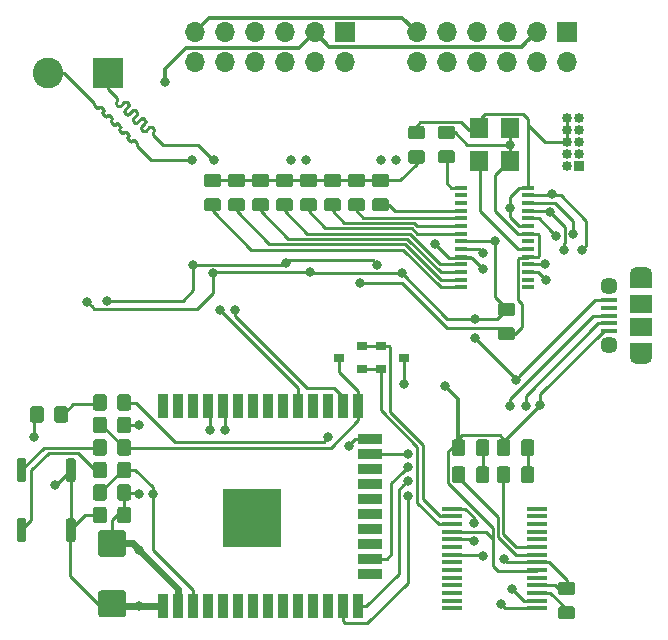
<source format=gbr>
G04 #@! TF.GenerationSoftware,KiCad,Pcbnew,5.1.5+dfsg1-2build2*
G04 #@! TF.CreationDate,2020-08-14T19:18:21+10:00*
G04 #@! TF.ProjectId,sid-board-v3_blocklayout,7369642d-626f-4617-9264-2d76335f626c,rev?*
G04 #@! TF.SameCoordinates,Original*
G04 #@! TF.FileFunction,Copper,L1,Top*
G04 #@! TF.FilePolarity,Positive*
%FSLAX46Y46*%
G04 Gerber Fmt 4.6, Leading zero omitted, Abs format (unit mm)*
G04 Created by KiCad (PCBNEW 5.1.5+dfsg1-2build2) date 2020-08-14 19:18:21*
%MOMM*%
%LPD*%
G04 APERTURE LIST*
%ADD10O,1.700000X1.700000*%
%ADD11R,1.700000X1.700000*%
%ADD12C,0.100000*%
%ADD13R,1.900000X1.200000*%
%ADD14O,1.900000X1.200000*%
%ADD15R,1.900000X1.500000*%
%ADD16C,1.450000*%
%ADD17R,1.350000X0.400000*%
%ADD18C,2.600000*%
%ADD19R,2.600000X2.600000*%
%ADD20R,0.900000X0.800000*%
%ADD21R,0.900000X2.000000*%
%ADD22R,2.000000X0.900000*%
%ADD23R,5.000000X5.000000*%
%ADD24R,1.100000X0.400000*%
%ADD25R,1.750000X0.450000*%
%ADD26R,0.850000X0.850000*%
%ADD27O,0.850000X0.850000*%
%ADD28R,1.540000X1.800000*%
%ADD29C,0.800000*%
%ADD30C,0.250000*%
%ADD31C,0.350000*%
%ADD32C,0.600000*%
G04 APERTURE END LIST*
D10*
X152400000Y-71755000D03*
X152400000Y-69215000D03*
X154940000Y-71755000D03*
X154940000Y-69215000D03*
X157480000Y-71755000D03*
X157480000Y-69215000D03*
X160020000Y-71755000D03*
X160020000Y-69215000D03*
X162560000Y-71755000D03*
X162560000Y-69215000D03*
X165100000Y-71755000D03*
D11*
X165100000Y-69215000D03*
G04 #@! TA.AperFunction,SMDPad,CuDef*
D12*
G36*
X125943505Y-103695204D02*
G01*
X125967773Y-103698804D01*
X125991572Y-103704765D01*
X126014671Y-103713030D01*
X126036850Y-103723520D01*
X126057893Y-103736132D01*
X126077599Y-103750747D01*
X126095777Y-103767223D01*
X126112253Y-103785401D01*
X126126868Y-103805107D01*
X126139480Y-103826150D01*
X126149970Y-103848329D01*
X126158235Y-103871428D01*
X126164196Y-103895227D01*
X126167796Y-103919495D01*
X126169000Y-103943999D01*
X126169000Y-104844001D01*
X126167796Y-104868505D01*
X126164196Y-104892773D01*
X126158235Y-104916572D01*
X126149970Y-104939671D01*
X126139480Y-104961850D01*
X126126868Y-104982893D01*
X126112253Y-105002599D01*
X126095777Y-105020777D01*
X126077599Y-105037253D01*
X126057893Y-105051868D01*
X126036850Y-105064480D01*
X126014671Y-105074970D01*
X125991572Y-105083235D01*
X125967773Y-105089196D01*
X125943505Y-105092796D01*
X125919001Y-105094000D01*
X125268999Y-105094000D01*
X125244495Y-105092796D01*
X125220227Y-105089196D01*
X125196428Y-105083235D01*
X125173329Y-105074970D01*
X125151150Y-105064480D01*
X125130107Y-105051868D01*
X125110401Y-105037253D01*
X125092223Y-105020777D01*
X125075747Y-105002599D01*
X125061132Y-104982893D01*
X125048520Y-104961850D01*
X125038030Y-104939671D01*
X125029765Y-104916572D01*
X125023804Y-104892773D01*
X125020204Y-104868505D01*
X125019000Y-104844001D01*
X125019000Y-103943999D01*
X125020204Y-103919495D01*
X125023804Y-103895227D01*
X125029765Y-103871428D01*
X125038030Y-103848329D01*
X125048520Y-103826150D01*
X125061132Y-103805107D01*
X125075747Y-103785401D01*
X125092223Y-103767223D01*
X125110401Y-103750747D01*
X125130107Y-103736132D01*
X125151150Y-103723520D01*
X125173329Y-103713030D01*
X125196428Y-103704765D01*
X125220227Y-103698804D01*
X125244495Y-103695204D01*
X125268999Y-103694000D01*
X125919001Y-103694000D01*
X125943505Y-103695204D01*
G37*
G04 #@! TD.AperFunction*
G04 #@! TA.AperFunction,SMDPad,CuDef*
G36*
X127993505Y-103695204D02*
G01*
X128017773Y-103698804D01*
X128041572Y-103704765D01*
X128064671Y-103713030D01*
X128086850Y-103723520D01*
X128107893Y-103736132D01*
X128127599Y-103750747D01*
X128145777Y-103767223D01*
X128162253Y-103785401D01*
X128176868Y-103805107D01*
X128189480Y-103826150D01*
X128199970Y-103848329D01*
X128208235Y-103871428D01*
X128214196Y-103895227D01*
X128217796Y-103919495D01*
X128219000Y-103943999D01*
X128219000Y-104844001D01*
X128217796Y-104868505D01*
X128214196Y-104892773D01*
X128208235Y-104916572D01*
X128199970Y-104939671D01*
X128189480Y-104961850D01*
X128176868Y-104982893D01*
X128162253Y-105002599D01*
X128145777Y-105020777D01*
X128127599Y-105037253D01*
X128107893Y-105051868D01*
X128086850Y-105064480D01*
X128064671Y-105074970D01*
X128041572Y-105083235D01*
X128017773Y-105089196D01*
X127993505Y-105092796D01*
X127969001Y-105094000D01*
X127318999Y-105094000D01*
X127294495Y-105092796D01*
X127270227Y-105089196D01*
X127246428Y-105083235D01*
X127223329Y-105074970D01*
X127201150Y-105064480D01*
X127180107Y-105051868D01*
X127160401Y-105037253D01*
X127142223Y-105020777D01*
X127125747Y-105002599D01*
X127111132Y-104982893D01*
X127098520Y-104961850D01*
X127088030Y-104939671D01*
X127079765Y-104916572D01*
X127073804Y-104892773D01*
X127070204Y-104868505D01*
X127069000Y-104844001D01*
X127069000Y-103943999D01*
X127070204Y-103919495D01*
X127073804Y-103895227D01*
X127079765Y-103871428D01*
X127088030Y-103848329D01*
X127098520Y-103826150D01*
X127111132Y-103805107D01*
X127125747Y-103785401D01*
X127142223Y-103767223D01*
X127160401Y-103750747D01*
X127180107Y-103736132D01*
X127201150Y-103723520D01*
X127223329Y-103713030D01*
X127246428Y-103704765D01*
X127270227Y-103698804D01*
X127294495Y-103695204D01*
X127318999Y-103694000D01*
X127969001Y-103694000D01*
X127993505Y-103695204D01*
G37*
G04 #@! TD.AperFunction*
D10*
X133604000Y-71755000D03*
X133604000Y-69215000D03*
X136144000Y-71755000D03*
X136144000Y-69215000D03*
X138684000Y-71755000D03*
X138684000Y-69215000D03*
X141224000Y-71755000D03*
X141224000Y-69215000D03*
X143764000Y-71755000D03*
X143764000Y-69215000D03*
X146304000Y-71755000D03*
D11*
X146304000Y-69215000D03*
G04 #@! TA.AperFunction,SMDPad,CuDef*
D12*
G36*
X155414505Y-79191204D02*
G01*
X155438773Y-79194804D01*
X155462572Y-79200765D01*
X155485671Y-79209030D01*
X155507850Y-79219520D01*
X155528893Y-79232132D01*
X155548599Y-79246747D01*
X155566777Y-79263223D01*
X155583253Y-79281401D01*
X155597868Y-79301107D01*
X155610480Y-79322150D01*
X155620970Y-79344329D01*
X155629235Y-79367428D01*
X155635196Y-79391227D01*
X155638796Y-79415495D01*
X155640000Y-79439999D01*
X155640000Y-80090001D01*
X155638796Y-80114505D01*
X155635196Y-80138773D01*
X155629235Y-80162572D01*
X155620970Y-80185671D01*
X155610480Y-80207850D01*
X155597868Y-80228893D01*
X155583253Y-80248599D01*
X155566777Y-80266777D01*
X155548599Y-80283253D01*
X155528893Y-80297868D01*
X155507850Y-80310480D01*
X155485671Y-80320970D01*
X155462572Y-80329235D01*
X155438773Y-80335196D01*
X155414505Y-80338796D01*
X155390001Y-80340000D01*
X154489999Y-80340000D01*
X154465495Y-80338796D01*
X154441227Y-80335196D01*
X154417428Y-80329235D01*
X154394329Y-80320970D01*
X154372150Y-80310480D01*
X154351107Y-80297868D01*
X154331401Y-80283253D01*
X154313223Y-80266777D01*
X154296747Y-80248599D01*
X154282132Y-80228893D01*
X154269520Y-80207850D01*
X154259030Y-80185671D01*
X154250765Y-80162572D01*
X154244804Y-80138773D01*
X154241204Y-80114505D01*
X154240000Y-80090001D01*
X154240000Y-79439999D01*
X154241204Y-79415495D01*
X154244804Y-79391227D01*
X154250765Y-79367428D01*
X154259030Y-79344329D01*
X154269520Y-79322150D01*
X154282132Y-79301107D01*
X154296747Y-79281401D01*
X154313223Y-79263223D01*
X154331401Y-79246747D01*
X154351107Y-79232132D01*
X154372150Y-79219520D01*
X154394329Y-79209030D01*
X154417428Y-79200765D01*
X154441227Y-79194804D01*
X154465495Y-79191204D01*
X154489999Y-79190000D01*
X155390001Y-79190000D01*
X155414505Y-79191204D01*
G37*
G04 #@! TD.AperFunction*
G04 #@! TA.AperFunction,SMDPad,CuDef*
G36*
X155414505Y-77141204D02*
G01*
X155438773Y-77144804D01*
X155462572Y-77150765D01*
X155485671Y-77159030D01*
X155507850Y-77169520D01*
X155528893Y-77182132D01*
X155548599Y-77196747D01*
X155566777Y-77213223D01*
X155583253Y-77231401D01*
X155597868Y-77251107D01*
X155610480Y-77272150D01*
X155620970Y-77294329D01*
X155629235Y-77317428D01*
X155635196Y-77341227D01*
X155638796Y-77365495D01*
X155640000Y-77389999D01*
X155640000Y-78040001D01*
X155638796Y-78064505D01*
X155635196Y-78088773D01*
X155629235Y-78112572D01*
X155620970Y-78135671D01*
X155610480Y-78157850D01*
X155597868Y-78178893D01*
X155583253Y-78198599D01*
X155566777Y-78216777D01*
X155548599Y-78233253D01*
X155528893Y-78247868D01*
X155507850Y-78260480D01*
X155485671Y-78270970D01*
X155462572Y-78279235D01*
X155438773Y-78285196D01*
X155414505Y-78288796D01*
X155390001Y-78290000D01*
X154489999Y-78290000D01*
X154465495Y-78288796D01*
X154441227Y-78285196D01*
X154417428Y-78279235D01*
X154394329Y-78270970D01*
X154372150Y-78260480D01*
X154351107Y-78247868D01*
X154331401Y-78233253D01*
X154313223Y-78216777D01*
X154296747Y-78198599D01*
X154282132Y-78178893D01*
X154269520Y-78157850D01*
X154259030Y-78135671D01*
X154250765Y-78112572D01*
X154244804Y-78088773D01*
X154241204Y-78064505D01*
X154240000Y-78040001D01*
X154240000Y-77389999D01*
X154241204Y-77365495D01*
X154244804Y-77341227D01*
X154250765Y-77317428D01*
X154259030Y-77294329D01*
X154269520Y-77272150D01*
X154282132Y-77251107D01*
X154296747Y-77231401D01*
X154313223Y-77213223D01*
X154331401Y-77196747D01*
X154351107Y-77182132D01*
X154372150Y-77169520D01*
X154394329Y-77159030D01*
X154417428Y-77150765D01*
X154441227Y-77144804D01*
X154465495Y-77141204D01*
X154489999Y-77140000D01*
X155390001Y-77140000D01*
X155414505Y-77141204D01*
G37*
G04 #@! TD.AperFunction*
G04 #@! TA.AperFunction,SMDPad,CuDef*
G36*
X127993505Y-99885204D02*
G01*
X128017773Y-99888804D01*
X128041572Y-99894765D01*
X128064671Y-99903030D01*
X128086850Y-99913520D01*
X128107893Y-99926132D01*
X128127599Y-99940747D01*
X128145777Y-99957223D01*
X128162253Y-99975401D01*
X128176868Y-99995107D01*
X128189480Y-100016150D01*
X128199970Y-100038329D01*
X128208235Y-100061428D01*
X128214196Y-100085227D01*
X128217796Y-100109495D01*
X128219000Y-100133999D01*
X128219000Y-101034001D01*
X128217796Y-101058505D01*
X128214196Y-101082773D01*
X128208235Y-101106572D01*
X128199970Y-101129671D01*
X128189480Y-101151850D01*
X128176868Y-101172893D01*
X128162253Y-101192599D01*
X128145777Y-101210777D01*
X128127599Y-101227253D01*
X128107893Y-101241868D01*
X128086850Y-101254480D01*
X128064671Y-101264970D01*
X128041572Y-101273235D01*
X128017773Y-101279196D01*
X127993505Y-101282796D01*
X127969001Y-101284000D01*
X127318999Y-101284000D01*
X127294495Y-101282796D01*
X127270227Y-101279196D01*
X127246428Y-101273235D01*
X127223329Y-101264970D01*
X127201150Y-101254480D01*
X127180107Y-101241868D01*
X127160401Y-101227253D01*
X127142223Y-101210777D01*
X127125747Y-101192599D01*
X127111132Y-101172893D01*
X127098520Y-101151850D01*
X127088030Y-101129671D01*
X127079765Y-101106572D01*
X127073804Y-101082773D01*
X127070204Y-101058505D01*
X127069000Y-101034001D01*
X127069000Y-100133999D01*
X127070204Y-100109495D01*
X127073804Y-100085227D01*
X127079765Y-100061428D01*
X127088030Y-100038329D01*
X127098520Y-100016150D01*
X127111132Y-99995107D01*
X127125747Y-99975401D01*
X127142223Y-99957223D01*
X127160401Y-99940747D01*
X127180107Y-99926132D01*
X127201150Y-99913520D01*
X127223329Y-99903030D01*
X127246428Y-99894765D01*
X127270227Y-99888804D01*
X127294495Y-99885204D01*
X127318999Y-99884000D01*
X127969001Y-99884000D01*
X127993505Y-99885204D01*
G37*
G04 #@! TD.AperFunction*
G04 #@! TA.AperFunction,SMDPad,CuDef*
G36*
X125943505Y-99885204D02*
G01*
X125967773Y-99888804D01*
X125991572Y-99894765D01*
X126014671Y-99903030D01*
X126036850Y-99913520D01*
X126057893Y-99926132D01*
X126077599Y-99940747D01*
X126095777Y-99957223D01*
X126112253Y-99975401D01*
X126126868Y-99995107D01*
X126139480Y-100016150D01*
X126149970Y-100038329D01*
X126158235Y-100061428D01*
X126164196Y-100085227D01*
X126167796Y-100109495D01*
X126169000Y-100133999D01*
X126169000Y-101034001D01*
X126167796Y-101058505D01*
X126164196Y-101082773D01*
X126158235Y-101106572D01*
X126149970Y-101129671D01*
X126139480Y-101151850D01*
X126126868Y-101172893D01*
X126112253Y-101192599D01*
X126095777Y-101210777D01*
X126077599Y-101227253D01*
X126057893Y-101241868D01*
X126036850Y-101254480D01*
X126014671Y-101264970D01*
X125991572Y-101273235D01*
X125967773Y-101279196D01*
X125943505Y-101282796D01*
X125919001Y-101284000D01*
X125268999Y-101284000D01*
X125244495Y-101282796D01*
X125220227Y-101279196D01*
X125196428Y-101273235D01*
X125173329Y-101264970D01*
X125151150Y-101254480D01*
X125130107Y-101241868D01*
X125110401Y-101227253D01*
X125092223Y-101210777D01*
X125075747Y-101192599D01*
X125061132Y-101172893D01*
X125048520Y-101151850D01*
X125038030Y-101129671D01*
X125029765Y-101106572D01*
X125023804Y-101082773D01*
X125020204Y-101058505D01*
X125019000Y-101034001D01*
X125019000Y-100133999D01*
X125020204Y-100109495D01*
X125023804Y-100085227D01*
X125029765Y-100061428D01*
X125038030Y-100038329D01*
X125048520Y-100016150D01*
X125061132Y-99995107D01*
X125075747Y-99975401D01*
X125092223Y-99957223D01*
X125110401Y-99940747D01*
X125130107Y-99926132D01*
X125151150Y-99913520D01*
X125173329Y-99903030D01*
X125196428Y-99894765D01*
X125220227Y-99888804D01*
X125244495Y-99885204D01*
X125268999Y-99884000D01*
X125919001Y-99884000D01*
X125943505Y-99885204D01*
G37*
G04 #@! TD.AperFunction*
G04 #@! TA.AperFunction,SMDPad,CuDef*
G36*
X149826505Y-83255204D02*
G01*
X149850773Y-83258804D01*
X149874572Y-83264765D01*
X149897671Y-83273030D01*
X149919850Y-83283520D01*
X149940893Y-83296132D01*
X149960599Y-83310747D01*
X149978777Y-83327223D01*
X149995253Y-83345401D01*
X150009868Y-83365107D01*
X150022480Y-83386150D01*
X150032970Y-83408329D01*
X150041235Y-83431428D01*
X150047196Y-83455227D01*
X150050796Y-83479495D01*
X150052000Y-83503999D01*
X150052000Y-84154001D01*
X150050796Y-84178505D01*
X150047196Y-84202773D01*
X150041235Y-84226572D01*
X150032970Y-84249671D01*
X150022480Y-84271850D01*
X150009868Y-84292893D01*
X149995253Y-84312599D01*
X149978777Y-84330777D01*
X149960599Y-84347253D01*
X149940893Y-84361868D01*
X149919850Y-84374480D01*
X149897671Y-84384970D01*
X149874572Y-84393235D01*
X149850773Y-84399196D01*
X149826505Y-84402796D01*
X149802001Y-84404000D01*
X148901999Y-84404000D01*
X148877495Y-84402796D01*
X148853227Y-84399196D01*
X148829428Y-84393235D01*
X148806329Y-84384970D01*
X148784150Y-84374480D01*
X148763107Y-84361868D01*
X148743401Y-84347253D01*
X148725223Y-84330777D01*
X148708747Y-84312599D01*
X148694132Y-84292893D01*
X148681520Y-84271850D01*
X148671030Y-84249671D01*
X148662765Y-84226572D01*
X148656804Y-84202773D01*
X148653204Y-84178505D01*
X148652000Y-84154001D01*
X148652000Y-83503999D01*
X148653204Y-83479495D01*
X148656804Y-83455227D01*
X148662765Y-83431428D01*
X148671030Y-83408329D01*
X148681520Y-83386150D01*
X148694132Y-83365107D01*
X148708747Y-83345401D01*
X148725223Y-83327223D01*
X148743401Y-83310747D01*
X148763107Y-83296132D01*
X148784150Y-83283520D01*
X148806329Y-83273030D01*
X148829428Y-83264765D01*
X148853227Y-83258804D01*
X148877495Y-83255204D01*
X148901999Y-83254000D01*
X149802001Y-83254000D01*
X149826505Y-83255204D01*
G37*
G04 #@! TD.AperFunction*
G04 #@! TA.AperFunction,SMDPad,CuDef*
G36*
X149826505Y-81205204D02*
G01*
X149850773Y-81208804D01*
X149874572Y-81214765D01*
X149897671Y-81223030D01*
X149919850Y-81233520D01*
X149940893Y-81246132D01*
X149960599Y-81260747D01*
X149978777Y-81277223D01*
X149995253Y-81295401D01*
X150009868Y-81315107D01*
X150022480Y-81336150D01*
X150032970Y-81358329D01*
X150041235Y-81381428D01*
X150047196Y-81405227D01*
X150050796Y-81429495D01*
X150052000Y-81453999D01*
X150052000Y-82104001D01*
X150050796Y-82128505D01*
X150047196Y-82152773D01*
X150041235Y-82176572D01*
X150032970Y-82199671D01*
X150022480Y-82221850D01*
X150009868Y-82242893D01*
X149995253Y-82262599D01*
X149978777Y-82280777D01*
X149960599Y-82297253D01*
X149940893Y-82311868D01*
X149919850Y-82324480D01*
X149897671Y-82334970D01*
X149874572Y-82343235D01*
X149850773Y-82349196D01*
X149826505Y-82352796D01*
X149802001Y-82354000D01*
X148901999Y-82354000D01*
X148877495Y-82352796D01*
X148853227Y-82349196D01*
X148829428Y-82343235D01*
X148806329Y-82334970D01*
X148784150Y-82324480D01*
X148763107Y-82311868D01*
X148743401Y-82297253D01*
X148725223Y-82280777D01*
X148708747Y-82262599D01*
X148694132Y-82242893D01*
X148681520Y-82221850D01*
X148671030Y-82199671D01*
X148662765Y-82176572D01*
X148656804Y-82152773D01*
X148653204Y-82128505D01*
X148652000Y-82104001D01*
X148652000Y-81453999D01*
X148653204Y-81429495D01*
X148656804Y-81405227D01*
X148662765Y-81381428D01*
X148671030Y-81358329D01*
X148681520Y-81336150D01*
X148694132Y-81315107D01*
X148708747Y-81295401D01*
X148725223Y-81277223D01*
X148743401Y-81260747D01*
X148763107Y-81246132D01*
X148784150Y-81233520D01*
X148806329Y-81223030D01*
X148829428Y-81214765D01*
X148853227Y-81208804D01*
X148877495Y-81205204D01*
X148901999Y-81204000D01*
X149802001Y-81204000D01*
X149826505Y-81205204D01*
G37*
G04 #@! TD.AperFunction*
G04 #@! TA.AperFunction,SMDPad,CuDef*
G36*
X120609505Y-100901204D02*
G01*
X120633773Y-100904804D01*
X120657572Y-100910765D01*
X120680671Y-100919030D01*
X120702850Y-100929520D01*
X120723893Y-100942132D01*
X120743599Y-100956747D01*
X120761777Y-100973223D01*
X120778253Y-100991401D01*
X120792868Y-101011107D01*
X120805480Y-101032150D01*
X120815970Y-101054329D01*
X120824235Y-101077428D01*
X120830196Y-101101227D01*
X120833796Y-101125495D01*
X120835000Y-101149999D01*
X120835000Y-102050001D01*
X120833796Y-102074505D01*
X120830196Y-102098773D01*
X120824235Y-102122572D01*
X120815970Y-102145671D01*
X120805480Y-102167850D01*
X120792868Y-102188893D01*
X120778253Y-102208599D01*
X120761777Y-102226777D01*
X120743599Y-102243253D01*
X120723893Y-102257868D01*
X120702850Y-102270480D01*
X120680671Y-102280970D01*
X120657572Y-102289235D01*
X120633773Y-102295196D01*
X120609505Y-102298796D01*
X120585001Y-102300000D01*
X119934999Y-102300000D01*
X119910495Y-102298796D01*
X119886227Y-102295196D01*
X119862428Y-102289235D01*
X119839329Y-102280970D01*
X119817150Y-102270480D01*
X119796107Y-102257868D01*
X119776401Y-102243253D01*
X119758223Y-102226777D01*
X119741747Y-102208599D01*
X119727132Y-102188893D01*
X119714520Y-102167850D01*
X119704030Y-102145671D01*
X119695765Y-102122572D01*
X119689804Y-102098773D01*
X119686204Y-102074505D01*
X119685000Y-102050001D01*
X119685000Y-101149999D01*
X119686204Y-101125495D01*
X119689804Y-101101227D01*
X119695765Y-101077428D01*
X119704030Y-101054329D01*
X119714520Y-101032150D01*
X119727132Y-101011107D01*
X119741747Y-100991401D01*
X119758223Y-100973223D01*
X119776401Y-100956747D01*
X119796107Y-100942132D01*
X119817150Y-100929520D01*
X119839329Y-100919030D01*
X119862428Y-100910765D01*
X119886227Y-100904804D01*
X119910495Y-100901204D01*
X119934999Y-100900000D01*
X120585001Y-100900000D01*
X120609505Y-100901204D01*
G37*
G04 #@! TD.AperFunction*
G04 #@! TA.AperFunction,SMDPad,CuDef*
G36*
X122659505Y-100901204D02*
G01*
X122683773Y-100904804D01*
X122707572Y-100910765D01*
X122730671Y-100919030D01*
X122752850Y-100929520D01*
X122773893Y-100942132D01*
X122793599Y-100956747D01*
X122811777Y-100973223D01*
X122828253Y-100991401D01*
X122842868Y-101011107D01*
X122855480Y-101032150D01*
X122865970Y-101054329D01*
X122874235Y-101077428D01*
X122880196Y-101101227D01*
X122883796Y-101125495D01*
X122885000Y-101149999D01*
X122885000Y-102050001D01*
X122883796Y-102074505D01*
X122880196Y-102098773D01*
X122874235Y-102122572D01*
X122865970Y-102145671D01*
X122855480Y-102167850D01*
X122842868Y-102188893D01*
X122828253Y-102208599D01*
X122811777Y-102226777D01*
X122793599Y-102243253D01*
X122773893Y-102257868D01*
X122752850Y-102270480D01*
X122730671Y-102280970D01*
X122707572Y-102289235D01*
X122683773Y-102295196D01*
X122659505Y-102298796D01*
X122635001Y-102300000D01*
X121984999Y-102300000D01*
X121960495Y-102298796D01*
X121936227Y-102295196D01*
X121912428Y-102289235D01*
X121889329Y-102280970D01*
X121867150Y-102270480D01*
X121846107Y-102257868D01*
X121826401Y-102243253D01*
X121808223Y-102226777D01*
X121791747Y-102208599D01*
X121777132Y-102188893D01*
X121764520Y-102167850D01*
X121754030Y-102145671D01*
X121745765Y-102122572D01*
X121739804Y-102098773D01*
X121736204Y-102074505D01*
X121735000Y-102050001D01*
X121735000Y-101149999D01*
X121736204Y-101125495D01*
X121739804Y-101101227D01*
X121745765Y-101077428D01*
X121754030Y-101054329D01*
X121764520Y-101032150D01*
X121777132Y-101011107D01*
X121791747Y-100991401D01*
X121808223Y-100973223D01*
X121826401Y-100956747D01*
X121846107Y-100942132D01*
X121867150Y-100929520D01*
X121889329Y-100919030D01*
X121912428Y-100910765D01*
X121936227Y-100904804D01*
X121960495Y-100901204D01*
X121984999Y-100900000D01*
X122635001Y-100900000D01*
X122659505Y-100901204D01*
G37*
G04 #@! TD.AperFunction*
G04 #@! TA.AperFunction,SMDPad,CuDef*
G36*
X135602505Y-83255204D02*
G01*
X135626773Y-83258804D01*
X135650572Y-83264765D01*
X135673671Y-83273030D01*
X135695850Y-83283520D01*
X135716893Y-83296132D01*
X135736599Y-83310747D01*
X135754777Y-83327223D01*
X135771253Y-83345401D01*
X135785868Y-83365107D01*
X135798480Y-83386150D01*
X135808970Y-83408329D01*
X135817235Y-83431428D01*
X135823196Y-83455227D01*
X135826796Y-83479495D01*
X135828000Y-83503999D01*
X135828000Y-84154001D01*
X135826796Y-84178505D01*
X135823196Y-84202773D01*
X135817235Y-84226572D01*
X135808970Y-84249671D01*
X135798480Y-84271850D01*
X135785868Y-84292893D01*
X135771253Y-84312599D01*
X135754777Y-84330777D01*
X135736599Y-84347253D01*
X135716893Y-84361868D01*
X135695850Y-84374480D01*
X135673671Y-84384970D01*
X135650572Y-84393235D01*
X135626773Y-84399196D01*
X135602505Y-84402796D01*
X135578001Y-84404000D01*
X134677999Y-84404000D01*
X134653495Y-84402796D01*
X134629227Y-84399196D01*
X134605428Y-84393235D01*
X134582329Y-84384970D01*
X134560150Y-84374480D01*
X134539107Y-84361868D01*
X134519401Y-84347253D01*
X134501223Y-84330777D01*
X134484747Y-84312599D01*
X134470132Y-84292893D01*
X134457520Y-84271850D01*
X134447030Y-84249671D01*
X134438765Y-84226572D01*
X134432804Y-84202773D01*
X134429204Y-84178505D01*
X134428000Y-84154001D01*
X134428000Y-83503999D01*
X134429204Y-83479495D01*
X134432804Y-83455227D01*
X134438765Y-83431428D01*
X134447030Y-83408329D01*
X134457520Y-83386150D01*
X134470132Y-83365107D01*
X134484747Y-83345401D01*
X134501223Y-83327223D01*
X134519401Y-83310747D01*
X134539107Y-83296132D01*
X134560150Y-83283520D01*
X134582329Y-83273030D01*
X134605428Y-83264765D01*
X134629227Y-83258804D01*
X134653495Y-83255204D01*
X134677999Y-83254000D01*
X135578001Y-83254000D01*
X135602505Y-83255204D01*
G37*
G04 #@! TD.AperFunction*
G04 #@! TA.AperFunction,SMDPad,CuDef*
G36*
X135602505Y-81205204D02*
G01*
X135626773Y-81208804D01*
X135650572Y-81214765D01*
X135673671Y-81223030D01*
X135695850Y-81233520D01*
X135716893Y-81246132D01*
X135736599Y-81260747D01*
X135754777Y-81277223D01*
X135771253Y-81295401D01*
X135785868Y-81315107D01*
X135798480Y-81336150D01*
X135808970Y-81358329D01*
X135817235Y-81381428D01*
X135823196Y-81405227D01*
X135826796Y-81429495D01*
X135828000Y-81453999D01*
X135828000Y-82104001D01*
X135826796Y-82128505D01*
X135823196Y-82152773D01*
X135817235Y-82176572D01*
X135808970Y-82199671D01*
X135798480Y-82221850D01*
X135785868Y-82242893D01*
X135771253Y-82262599D01*
X135754777Y-82280777D01*
X135736599Y-82297253D01*
X135716893Y-82311868D01*
X135695850Y-82324480D01*
X135673671Y-82334970D01*
X135650572Y-82343235D01*
X135626773Y-82349196D01*
X135602505Y-82352796D01*
X135578001Y-82354000D01*
X134677999Y-82354000D01*
X134653495Y-82352796D01*
X134629227Y-82349196D01*
X134605428Y-82343235D01*
X134582329Y-82334970D01*
X134560150Y-82324480D01*
X134539107Y-82311868D01*
X134519401Y-82297253D01*
X134501223Y-82280777D01*
X134484747Y-82262599D01*
X134470132Y-82242893D01*
X134457520Y-82221850D01*
X134447030Y-82199671D01*
X134438765Y-82176572D01*
X134432804Y-82152773D01*
X134429204Y-82128505D01*
X134428000Y-82104001D01*
X134428000Y-81453999D01*
X134429204Y-81429495D01*
X134432804Y-81405227D01*
X134438765Y-81381428D01*
X134447030Y-81358329D01*
X134457520Y-81336150D01*
X134470132Y-81315107D01*
X134484747Y-81295401D01*
X134501223Y-81277223D01*
X134519401Y-81260747D01*
X134539107Y-81246132D01*
X134560150Y-81233520D01*
X134582329Y-81223030D01*
X134605428Y-81214765D01*
X134629227Y-81208804D01*
X134653495Y-81205204D01*
X134677999Y-81204000D01*
X135578001Y-81204000D01*
X135602505Y-81205204D01*
G37*
G04 #@! TD.AperFunction*
D13*
X171417500Y-96118000D03*
X171417500Y-90318000D03*
D14*
X171417500Y-89718000D03*
X171417500Y-96718000D03*
D15*
X171417500Y-94218000D03*
D16*
X168717500Y-90718000D03*
D17*
X168717500Y-93218000D03*
X168717500Y-92568000D03*
X168717500Y-91918000D03*
X168717500Y-94518000D03*
X168717500Y-93868000D03*
D16*
X168717500Y-95718000D03*
D15*
X171417500Y-92218000D03*
G04 #@! TA.AperFunction,SMDPad,CuDef*
D12*
G36*
X137634505Y-81205204D02*
G01*
X137658773Y-81208804D01*
X137682572Y-81214765D01*
X137705671Y-81223030D01*
X137727850Y-81233520D01*
X137748893Y-81246132D01*
X137768599Y-81260747D01*
X137786777Y-81277223D01*
X137803253Y-81295401D01*
X137817868Y-81315107D01*
X137830480Y-81336150D01*
X137840970Y-81358329D01*
X137849235Y-81381428D01*
X137855196Y-81405227D01*
X137858796Y-81429495D01*
X137860000Y-81453999D01*
X137860000Y-82104001D01*
X137858796Y-82128505D01*
X137855196Y-82152773D01*
X137849235Y-82176572D01*
X137840970Y-82199671D01*
X137830480Y-82221850D01*
X137817868Y-82242893D01*
X137803253Y-82262599D01*
X137786777Y-82280777D01*
X137768599Y-82297253D01*
X137748893Y-82311868D01*
X137727850Y-82324480D01*
X137705671Y-82334970D01*
X137682572Y-82343235D01*
X137658773Y-82349196D01*
X137634505Y-82352796D01*
X137610001Y-82354000D01*
X136709999Y-82354000D01*
X136685495Y-82352796D01*
X136661227Y-82349196D01*
X136637428Y-82343235D01*
X136614329Y-82334970D01*
X136592150Y-82324480D01*
X136571107Y-82311868D01*
X136551401Y-82297253D01*
X136533223Y-82280777D01*
X136516747Y-82262599D01*
X136502132Y-82242893D01*
X136489520Y-82221850D01*
X136479030Y-82199671D01*
X136470765Y-82176572D01*
X136464804Y-82152773D01*
X136461204Y-82128505D01*
X136460000Y-82104001D01*
X136460000Y-81453999D01*
X136461204Y-81429495D01*
X136464804Y-81405227D01*
X136470765Y-81381428D01*
X136479030Y-81358329D01*
X136489520Y-81336150D01*
X136502132Y-81315107D01*
X136516747Y-81295401D01*
X136533223Y-81277223D01*
X136551401Y-81260747D01*
X136571107Y-81246132D01*
X136592150Y-81233520D01*
X136614329Y-81223030D01*
X136637428Y-81214765D01*
X136661227Y-81208804D01*
X136685495Y-81205204D01*
X136709999Y-81204000D01*
X137610001Y-81204000D01*
X137634505Y-81205204D01*
G37*
G04 #@! TD.AperFunction*
G04 #@! TA.AperFunction,SMDPad,CuDef*
G36*
X137634505Y-83255204D02*
G01*
X137658773Y-83258804D01*
X137682572Y-83264765D01*
X137705671Y-83273030D01*
X137727850Y-83283520D01*
X137748893Y-83296132D01*
X137768599Y-83310747D01*
X137786777Y-83327223D01*
X137803253Y-83345401D01*
X137817868Y-83365107D01*
X137830480Y-83386150D01*
X137840970Y-83408329D01*
X137849235Y-83431428D01*
X137855196Y-83455227D01*
X137858796Y-83479495D01*
X137860000Y-83503999D01*
X137860000Y-84154001D01*
X137858796Y-84178505D01*
X137855196Y-84202773D01*
X137849235Y-84226572D01*
X137840970Y-84249671D01*
X137830480Y-84271850D01*
X137817868Y-84292893D01*
X137803253Y-84312599D01*
X137786777Y-84330777D01*
X137768599Y-84347253D01*
X137748893Y-84361868D01*
X137727850Y-84374480D01*
X137705671Y-84384970D01*
X137682572Y-84393235D01*
X137658773Y-84399196D01*
X137634505Y-84402796D01*
X137610001Y-84404000D01*
X136709999Y-84404000D01*
X136685495Y-84402796D01*
X136661227Y-84399196D01*
X136637428Y-84393235D01*
X136614329Y-84384970D01*
X136592150Y-84374480D01*
X136571107Y-84361868D01*
X136551401Y-84347253D01*
X136533223Y-84330777D01*
X136516747Y-84312599D01*
X136502132Y-84292893D01*
X136489520Y-84271850D01*
X136479030Y-84249671D01*
X136470765Y-84226572D01*
X136464804Y-84202773D01*
X136461204Y-84178505D01*
X136460000Y-84154001D01*
X136460000Y-83503999D01*
X136461204Y-83479495D01*
X136464804Y-83455227D01*
X136470765Y-83431428D01*
X136479030Y-83408329D01*
X136489520Y-83386150D01*
X136502132Y-83365107D01*
X136516747Y-83345401D01*
X136533223Y-83327223D01*
X136551401Y-83310747D01*
X136571107Y-83296132D01*
X136592150Y-83283520D01*
X136614329Y-83273030D01*
X136637428Y-83264765D01*
X136661227Y-83258804D01*
X136685495Y-83255204D01*
X136709999Y-83254000D01*
X137610001Y-83254000D01*
X137634505Y-83255204D01*
G37*
G04 #@! TD.AperFunction*
D18*
X121158000Y-72644000D03*
D19*
X126238000Y-72644000D03*
D20*
X151368000Y-96774000D03*
X149368000Y-97724000D03*
X149368000Y-95824000D03*
X147812000Y-97724000D03*
X147812000Y-95824000D03*
X145812000Y-96774000D03*
G04 #@! TA.AperFunction,SMDPad,CuDef*
D12*
G36*
X127993505Y-107505204D02*
G01*
X128017773Y-107508804D01*
X128041572Y-107514765D01*
X128064671Y-107523030D01*
X128086850Y-107533520D01*
X128107893Y-107546132D01*
X128127599Y-107560747D01*
X128145777Y-107577223D01*
X128162253Y-107595401D01*
X128176868Y-107615107D01*
X128189480Y-107636150D01*
X128199970Y-107658329D01*
X128208235Y-107681428D01*
X128214196Y-107705227D01*
X128217796Y-107729495D01*
X128219000Y-107753999D01*
X128219000Y-108654001D01*
X128217796Y-108678505D01*
X128214196Y-108702773D01*
X128208235Y-108726572D01*
X128199970Y-108749671D01*
X128189480Y-108771850D01*
X128176868Y-108792893D01*
X128162253Y-108812599D01*
X128145777Y-108830777D01*
X128127599Y-108847253D01*
X128107893Y-108861868D01*
X128086850Y-108874480D01*
X128064671Y-108884970D01*
X128041572Y-108893235D01*
X128017773Y-108899196D01*
X127993505Y-108902796D01*
X127969001Y-108904000D01*
X127318999Y-108904000D01*
X127294495Y-108902796D01*
X127270227Y-108899196D01*
X127246428Y-108893235D01*
X127223329Y-108884970D01*
X127201150Y-108874480D01*
X127180107Y-108861868D01*
X127160401Y-108847253D01*
X127142223Y-108830777D01*
X127125747Y-108812599D01*
X127111132Y-108792893D01*
X127098520Y-108771850D01*
X127088030Y-108749671D01*
X127079765Y-108726572D01*
X127073804Y-108702773D01*
X127070204Y-108678505D01*
X127069000Y-108654001D01*
X127069000Y-107753999D01*
X127070204Y-107729495D01*
X127073804Y-107705227D01*
X127079765Y-107681428D01*
X127088030Y-107658329D01*
X127098520Y-107636150D01*
X127111132Y-107615107D01*
X127125747Y-107595401D01*
X127142223Y-107577223D01*
X127160401Y-107560747D01*
X127180107Y-107546132D01*
X127201150Y-107533520D01*
X127223329Y-107523030D01*
X127246428Y-107514765D01*
X127270227Y-107508804D01*
X127294495Y-107505204D01*
X127318999Y-107504000D01*
X127969001Y-107504000D01*
X127993505Y-107505204D01*
G37*
G04 #@! TD.AperFunction*
G04 #@! TA.AperFunction,SMDPad,CuDef*
G36*
X125943505Y-107505204D02*
G01*
X125967773Y-107508804D01*
X125991572Y-107514765D01*
X126014671Y-107523030D01*
X126036850Y-107533520D01*
X126057893Y-107546132D01*
X126077599Y-107560747D01*
X126095777Y-107577223D01*
X126112253Y-107595401D01*
X126126868Y-107615107D01*
X126139480Y-107636150D01*
X126149970Y-107658329D01*
X126158235Y-107681428D01*
X126164196Y-107705227D01*
X126167796Y-107729495D01*
X126169000Y-107753999D01*
X126169000Y-108654001D01*
X126167796Y-108678505D01*
X126164196Y-108702773D01*
X126158235Y-108726572D01*
X126149970Y-108749671D01*
X126139480Y-108771850D01*
X126126868Y-108792893D01*
X126112253Y-108812599D01*
X126095777Y-108830777D01*
X126077599Y-108847253D01*
X126057893Y-108861868D01*
X126036850Y-108874480D01*
X126014671Y-108884970D01*
X125991572Y-108893235D01*
X125967773Y-108899196D01*
X125943505Y-108902796D01*
X125919001Y-108904000D01*
X125268999Y-108904000D01*
X125244495Y-108902796D01*
X125220227Y-108899196D01*
X125196428Y-108893235D01*
X125173329Y-108884970D01*
X125151150Y-108874480D01*
X125130107Y-108861868D01*
X125110401Y-108847253D01*
X125092223Y-108830777D01*
X125075747Y-108812599D01*
X125061132Y-108792893D01*
X125048520Y-108771850D01*
X125038030Y-108749671D01*
X125029765Y-108726572D01*
X125023804Y-108702773D01*
X125020204Y-108678505D01*
X125019000Y-108654001D01*
X125019000Y-107753999D01*
X125020204Y-107729495D01*
X125023804Y-107705227D01*
X125029765Y-107681428D01*
X125038030Y-107658329D01*
X125048520Y-107636150D01*
X125061132Y-107615107D01*
X125075747Y-107595401D01*
X125092223Y-107577223D01*
X125110401Y-107560747D01*
X125130107Y-107546132D01*
X125151150Y-107533520D01*
X125173329Y-107523030D01*
X125196428Y-107514765D01*
X125220227Y-107508804D01*
X125244495Y-107505204D01*
X125268999Y-107504000D01*
X125919001Y-107504000D01*
X125943505Y-107505204D01*
G37*
G04 #@! TD.AperFunction*
G04 #@! TA.AperFunction,SMDPad,CuDef*
G36*
X156296505Y-103695204D02*
G01*
X156320773Y-103698804D01*
X156344572Y-103704765D01*
X156367671Y-103713030D01*
X156389850Y-103723520D01*
X156410893Y-103736132D01*
X156430599Y-103750747D01*
X156448777Y-103767223D01*
X156465253Y-103785401D01*
X156479868Y-103805107D01*
X156492480Y-103826150D01*
X156502970Y-103848329D01*
X156511235Y-103871428D01*
X156517196Y-103895227D01*
X156520796Y-103919495D01*
X156522000Y-103943999D01*
X156522000Y-104844001D01*
X156520796Y-104868505D01*
X156517196Y-104892773D01*
X156511235Y-104916572D01*
X156502970Y-104939671D01*
X156492480Y-104961850D01*
X156479868Y-104982893D01*
X156465253Y-105002599D01*
X156448777Y-105020777D01*
X156430599Y-105037253D01*
X156410893Y-105051868D01*
X156389850Y-105064480D01*
X156367671Y-105074970D01*
X156344572Y-105083235D01*
X156320773Y-105089196D01*
X156296505Y-105092796D01*
X156272001Y-105094000D01*
X155621999Y-105094000D01*
X155597495Y-105092796D01*
X155573227Y-105089196D01*
X155549428Y-105083235D01*
X155526329Y-105074970D01*
X155504150Y-105064480D01*
X155483107Y-105051868D01*
X155463401Y-105037253D01*
X155445223Y-105020777D01*
X155428747Y-105002599D01*
X155414132Y-104982893D01*
X155401520Y-104961850D01*
X155391030Y-104939671D01*
X155382765Y-104916572D01*
X155376804Y-104892773D01*
X155373204Y-104868505D01*
X155372000Y-104844001D01*
X155372000Y-103943999D01*
X155373204Y-103919495D01*
X155376804Y-103895227D01*
X155382765Y-103871428D01*
X155391030Y-103848329D01*
X155401520Y-103826150D01*
X155414132Y-103805107D01*
X155428747Y-103785401D01*
X155445223Y-103767223D01*
X155463401Y-103750747D01*
X155483107Y-103736132D01*
X155504150Y-103723520D01*
X155526329Y-103713030D01*
X155549428Y-103704765D01*
X155573227Y-103698804D01*
X155597495Y-103695204D01*
X155621999Y-103694000D01*
X156272001Y-103694000D01*
X156296505Y-103695204D01*
G37*
G04 #@! TD.AperFunction*
G04 #@! TA.AperFunction,SMDPad,CuDef*
G36*
X158346505Y-103695204D02*
G01*
X158370773Y-103698804D01*
X158394572Y-103704765D01*
X158417671Y-103713030D01*
X158439850Y-103723520D01*
X158460893Y-103736132D01*
X158480599Y-103750747D01*
X158498777Y-103767223D01*
X158515253Y-103785401D01*
X158529868Y-103805107D01*
X158542480Y-103826150D01*
X158552970Y-103848329D01*
X158561235Y-103871428D01*
X158567196Y-103895227D01*
X158570796Y-103919495D01*
X158572000Y-103943999D01*
X158572000Y-104844001D01*
X158570796Y-104868505D01*
X158567196Y-104892773D01*
X158561235Y-104916572D01*
X158552970Y-104939671D01*
X158542480Y-104961850D01*
X158529868Y-104982893D01*
X158515253Y-105002599D01*
X158498777Y-105020777D01*
X158480599Y-105037253D01*
X158460893Y-105051868D01*
X158439850Y-105064480D01*
X158417671Y-105074970D01*
X158394572Y-105083235D01*
X158370773Y-105089196D01*
X158346505Y-105092796D01*
X158322001Y-105094000D01*
X157671999Y-105094000D01*
X157647495Y-105092796D01*
X157623227Y-105089196D01*
X157599428Y-105083235D01*
X157576329Y-105074970D01*
X157554150Y-105064480D01*
X157533107Y-105051868D01*
X157513401Y-105037253D01*
X157495223Y-105020777D01*
X157478747Y-105002599D01*
X157464132Y-104982893D01*
X157451520Y-104961850D01*
X157441030Y-104939671D01*
X157432765Y-104916572D01*
X157426804Y-104892773D01*
X157423204Y-104868505D01*
X157422000Y-104844001D01*
X157422000Y-103943999D01*
X157423204Y-103919495D01*
X157426804Y-103895227D01*
X157432765Y-103871428D01*
X157441030Y-103848329D01*
X157451520Y-103826150D01*
X157464132Y-103805107D01*
X157478747Y-103785401D01*
X157495223Y-103767223D01*
X157513401Y-103750747D01*
X157533107Y-103736132D01*
X157554150Y-103723520D01*
X157576329Y-103713030D01*
X157599428Y-103704765D01*
X157623227Y-103698804D01*
X157647495Y-103695204D01*
X157671999Y-103694000D01*
X158322001Y-103694000D01*
X158346505Y-103695204D01*
G37*
G04 #@! TD.AperFunction*
G04 #@! TA.AperFunction,SMDPad,CuDef*
G36*
X156296505Y-105981204D02*
G01*
X156320773Y-105984804D01*
X156344572Y-105990765D01*
X156367671Y-105999030D01*
X156389850Y-106009520D01*
X156410893Y-106022132D01*
X156430599Y-106036747D01*
X156448777Y-106053223D01*
X156465253Y-106071401D01*
X156479868Y-106091107D01*
X156492480Y-106112150D01*
X156502970Y-106134329D01*
X156511235Y-106157428D01*
X156517196Y-106181227D01*
X156520796Y-106205495D01*
X156522000Y-106229999D01*
X156522000Y-107130001D01*
X156520796Y-107154505D01*
X156517196Y-107178773D01*
X156511235Y-107202572D01*
X156502970Y-107225671D01*
X156492480Y-107247850D01*
X156479868Y-107268893D01*
X156465253Y-107288599D01*
X156448777Y-107306777D01*
X156430599Y-107323253D01*
X156410893Y-107337868D01*
X156389850Y-107350480D01*
X156367671Y-107360970D01*
X156344572Y-107369235D01*
X156320773Y-107375196D01*
X156296505Y-107378796D01*
X156272001Y-107380000D01*
X155621999Y-107380000D01*
X155597495Y-107378796D01*
X155573227Y-107375196D01*
X155549428Y-107369235D01*
X155526329Y-107360970D01*
X155504150Y-107350480D01*
X155483107Y-107337868D01*
X155463401Y-107323253D01*
X155445223Y-107306777D01*
X155428747Y-107288599D01*
X155414132Y-107268893D01*
X155401520Y-107247850D01*
X155391030Y-107225671D01*
X155382765Y-107202572D01*
X155376804Y-107178773D01*
X155373204Y-107154505D01*
X155372000Y-107130001D01*
X155372000Y-106229999D01*
X155373204Y-106205495D01*
X155376804Y-106181227D01*
X155382765Y-106157428D01*
X155391030Y-106134329D01*
X155401520Y-106112150D01*
X155414132Y-106091107D01*
X155428747Y-106071401D01*
X155445223Y-106053223D01*
X155463401Y-106036747D01*
X155483107Y-106022132D01*
X155504150Y-106009520D01*
X155526329Y-105999030D01*
X155549428Y-105990765D01*
X155573227Y-105984804D01*
X155597495Y-105981204D01*
X155621999Y-105980000D01*
X156272001Y-105980000D01*
X156296505Y-105981204D01*
G37*
G04 #@! TD.AperFunction*
G04 #@! TA.AperFunction,SMDPad,CuDef*
G36*
X158346505Y-105981204D02*
G01*
X158370773Y-105984804D01*
X158394572Y-105990765D01*
X158417671Y-105999030D01*
X158439850Y-106009520D01*
X158460893Y-106022132D01*
X158480599Y-106036747D01*
X158498777Y-106053223D01*
X158515253Y-106071401D01*
X158529868Y-106091107D01*
X158542480Y-106112150D01*
X158552970Y-106134329D01*
X158561235Y-106157428D01*
X158567196Y-106181227D01*
X158570796Y-106205495D01*
X158572000Y-106229999D01*
X158572000Y-107130001D01*
X158570796Y-107154505D01*
X158567196Y-107178773D01*
X158561235Y-107202572D01*
X158552970Y-107225671D01*
X158542480Y-107247850D01*
X158529868Y-107268893D01*
X158515253Y-107288599D01*
X158498777Y-107306777D01*
X158480599Y-107323253D01*
X158460893Y-107337868D01*
X158439850Y-107350480D01*
X158417671Y-107360970D01*
X158394572Y-107369235D01*
X158370773Y-107375196D01*
X158346505Y-107378796D01*
X158322001Y-107380000D01*
X157671999Y-107380000D01*
X157647495Y-107378796D01*
X157623227Y-107375196D01*
X157599428Y-107369235D01*
X157576329Y-107360970D01*
X157554150Y-107350480D01*
X157533107Y-107337868D01*
X157513401Y-107323253D01*
X157495223Y-107306777D01*
X157478747Y-107288599D01*
X157464132Y-107268893D01*
X157451520Y-107247850D01*
X157441030Y-107225671D01*
X157432765Y-107202572D01*
X157426804Y-107178773D01*
X157423204Y-107154505D01*
X157422000Y-107130001D01*
X157422000Y-106229999D01*
X157423204Y-106205495D01*
X157426804Y-106181227D01*
X157432765Y-106157428D01*
X157441030Y-106134329D01*
X157451520Y-106112150D01*
X157464132Y-106091107D01*
X157478747Y-106071401D01*
X157495223Y-106053223D01*
X157513401Y-106036747D01*
X157533107Y-106022132D01*
X157554150Y-106009520D01*
X157576329Y-105999030D01*
X157599428Y-105990765D01*
X157623227Y-105984804D01*
X157647495Y-105981204D01*
X157671999Y-105980000D01*
X158322001Y-105980000D01*
X158346505Y-105981204D01*
G37*
G04 #@! TD.AperFunction*
G04 #@! TA.AperFunction,SMDPad,CuDef*
G36*
X127993505Y-101790204D02*
G01*
X128017773Y-101793804D01*
X128041572Y-101799765D01*
X128064671Y-101808030D01*
X128086850Y-101818520D01*
X128107893Y-101831132D01*
X128127599Y-101845747D01*
X128145777Y-101862223D01*
X128162253Y-101880401D01*
X128176868Y-101900107D01*
X128189480Y-101921150D01*
X128199970Y-101943329D01*
X128208235Y-101966428D01*
X128214196Y-101990227D01*
X128217796Y-102014495D01*
X128219000Y-102038999D01*
X128219000Y-102939001D01*
X128217796Y-102963505D01*
X128214196Y-102987773D01*
X128208235Y-103011572D01*
X128199970Y-103034671D01*
X128189480Y-103056850D01*
X128176868Y-103077893D01*
X128162253Y-103097599D01*
X128145777Y-103115777D01*
X128127599Y-103132253D01*
X128107893Y-103146868D01*
X128086850Y-103159480D01*
X128064671Y-103169970D01*
X128041572Y-103178235D01*
X128017773Y-103184196D01*
X127993505Y-103187796D01*
X127969001Y-103189000D01*
X127318999Y-103189000D01*
X127294495Y-103187796D01*
X127270227Y-103184196D01*
X127246428Y-103178235D01*
X127223329Y-103169970D01*
X127201150Y-103159480D01*
X127180107Y-103146868D01*
X127160401Y-103132253D01*
X127142223Y-103115777D01*
X127125747Y-103097599D01*
X127111132Y-103077893D01*
X127098520Y-103056850D01*
X127088030Y-103034671D01*
X127079765Y-103011572D01*
X127073804Y-102987773D01*
X127070204Y-102963505D01*
X127069000Y-102939001D01*
X127069000Y-102038999D01*
X127070204Y-102014495D01*
X127073804Y-101990227D01*
X127079765Y-101966428D01*
X127088030Y-101943329D01*
X127098520Y-101921150D01*
X127111132Y-101900107D01*
X127125747Y-101880401D01*
X127142223Y-101862223D01*
X127160401Y-101845747D01*
X127180107Y-101831132D01*
X127201150Y-101818520D01*
X127223329Y-101808030D01*
X127246428Y-101799765D01*
X127270227Y-101793804D01*
X127294495Y-101790204D01*
X127318999Y-101789000D01*
X127969001Y-101789000D01*
X127993505Y-101790204D01*
G37*
G04 #@! TD.AperFunction*
G04 #@! TA.AperFunction,SMDPad,CuDef*
G36*
X125943505Y-101790204D02*
G01*
X125967773Y-101793804D01*
X125991572Y-101799765D01*
X126014671Y-101808030D01*
X126036850Y-101818520D01*
X126057893Y-101831132D01*
X126077599Y-101845747D01*
X126095777Y-101862223D01*
X126112253Y-101880401D01*
X126126868Y-101900107D01*
X126139480Y-101921150D01*
X126149970Y-101943329D01*
X126158235Y-101966428D01*
X126164196Y-101990227D01*
X126167796Y-102014495D01*
X126169000Y-102038999D01*
X126169000Y-102939001D01*
X126167796Y-102963505D01*
X126164196Y-102987773D01*
X126158235Y-103011572D01*
X126149970Y-103034671D01*
X126139480Y-103056850D01*
X126126868Y-103077893D01*
X126112253Y-103097599D01*
X126095777Y-103115777D01*
X126077599Y-103132253D01*
X126057893Y-103146868D01*
X126036850Y-103159480D01*
X126014671Y-103169970D01*
X125991572Y-103178235D01*
X125967773Y-103184196D01*
X125943505Y-103187796D01*
X125919001Y-103189000D01*
X125268999Y-103189000D01*
X125244495Y-103187796D01*
X125220227Y-103184196D01*
X125196428Y-103178235D01*
X125173329Y-103169970D01*
X125151150Y-103159480D01*
X125130107Y-103146868D01*
X125110401Y-103132253D01*
X125092223Y-103115777D01*
X125075747Y-103097599D01*
X125061132Y-103077893D01*
X125048520Y-103056850D01*
X125038030Y-103034671D01*
X125029765Y-103011572D01*
X125023804Y-102987773D01*
X125020204Y-102963505D01*
X125019000Y-102939001D01*
X125019000Y-102038999D01*
X125020204Y-102014495D01*
X125023804Y-101990227D01*
X125029765Y-101966428D01*
X125038030Y-101943329D01*
X125048520Y-101921150D01*
X125061132Y-101900107D01*
X125075747Y-101880401D01*
X125092223Y-101862223D01*
X125110401Y-101845747D01*
X125130107Y-101831132D01*
X125151150Y-101818520D01*
X125173329Y-101808030D01*
X125196428Y-101799765D01*
X125220227Y-101793804D01*
X125244495Y-101790204D01*
X125268999Y-101789000D01*
X125919001Y-101789000D01*
X125943505Y-101790204D01*
G37*
G04 #@! TD.AperFunction*
D21*
X130937000Y-100847000D03*
X132207000Y-100847000D03*
X133477000Y-100847000D03*
X134747000Y-100847000D03*
X136017000Y-100847000D03*
X137287000Y-100847000D03*
X138557000Y-100847000D03*
X139827000Y-100847000D03*
X141097000Y-100847000D03*
X142367000Y-100847000D03*
X143637000Y-100847000D03*
X144907000Y-100847000D03*
X146177000Y-100847000D03*
X147447000Y-100847000D03*
D22*
X148447000Y-103632000D03*
X148447000Y-104902000D03*
X148447000Y-106172000D03*
X148447000Y-107442000D03*
X148447000Y-108712000D03*
X148447000Y-109982000D03*
X148447000Y-111252000D03*
X148447000Y-112522000D03*
X148447000Y-113792000D03*
X148447000Y-115062000D03*
D21*
X147447000Y-117847000D03*
X146177000Y-117847000D03*
X144907000Y-117847000D03*
X143637000Y-117847000D03*
X142367000Y-117847000D03*
X141097000Y-117847000D03*
X139827000Y-117847000D03*
X138557000Y-117847000D03*
X137287000Y-117847000D03*
X136017000Y-117847000D03*
X134747000Y-117847000D03*
X133477000Y-117847000D03*
X132207000Y-117847000D03*
X130937000Y-117847000D03*
D23*
X138437000Y-110347000D03*
G04 #@! TA.AperFunction,SMDPad,CuDef*
D12*
G36*
X162156505Y-103695204D02*
G01*
X162180773Y-103698804D01*
X162204572Y-103704765D01*
X162227671Y-103713030D01*
X162249850Y-103723520D01*
X162270893Y-103736132D01*
X162290599Y-103750747D01*
X162308777Y-103767223D01*
X162325253Y-103785401D01*
X162339868Y-103805107D01*
X162352480Y-103826150D01*
X162362970Y-103848329D01*
X162371235Y-103871428D01*
X162377196Y-103895227D01*
X162380796Y-103919495D01*
X162382000Y-103943999D01*
X162382000Y-104844001D01*
X162380796Y-104868505D01*
X162377196Y-104892773D01*
X162371235Y-104916572D01*
X162362970Y-104939671D01*
X162352480Y-104961850D01*
X162339868Y-104982893D01*
X162325253Y-105002599D01*
X162308777Y-105020777D01*
X162290599Y-105037253D01*
X162270893Y-105051868D01*
X162249850Y-105064480D01*
X162227671Y-105074970D01*
X162204572Y-105083235D01*
X162180773Y-105089196D01*
X162156505Y-105092796D01*
X162132001Y-105094000D01*
X161481999Y-105094000D01*
X161457495Y-105092796D01*
X161433227Y-105089196D01*
X161409428Y-105083235D01*
X161386329Y-105074970D01*
X161364150Y-105064480D01*
X161343107Y-105051868D01*
X161323401Y-105037253D01*
X161305223Y-105020777D01*
X161288747Y-105002599D01*
X161274132Y-104982893D01*
X161261520Y-104961850D01*
X161251030Y-104939671D01*
X161242765Y-104916572D01*
X161236804Y-104892773D01*
X161233204Y-104868505D01*
X161232000Y-104844001D01*
X161232000Y-103943999D01*
X161233204Y-103919495D01*
X161236804Y-103895227D01*
X161242765Y-103871428D01*
X161251030Y-103848329D01*
X161261520Y-103826150D01*
X161274132Y-103805107D01*
X161288747Y-103785401D01*
X161305223Y-103767223D01*
X161323401Y-103750747D01*
X161343107Y-103736132D01*
X161364150Y-103723520D01*
X161386329Y-103713030D01*
X161409428Y-103704765D01*
X161433227Y-103698804D01*
X161457495Y-103695204D01*
X161481999Y-103694000D01*
X162132001Y-103694000D01*
X162156505Y-103695204D01*
G37*
G04 #@! TD.AperFunction*
G04 #@! TA.AperFunction,SMDPad,CuDef*
G36*
X160106505Y-103695204D02*
G01*
X160130773Y-103698804D01*
X160154572Y-103704765D01*
X160177671Y-103713030D01*
X160199850Y-103723520D01*
X160220893Y-103736132D01*
X160240599Y-103750747D01*
X160258777Y-103767223D01*
X160275253Y-103785401D01*
X160289868Y-103805107D01*
X160302480Y-103826150D01*
X160312970Y-103848329D01*
X160321235Y-103871428D01*
X160327196Y-103895227D01*
X160330796Y-103919495D01*
X160332000Y-103943999D01*
X160332000Y-104844001D01*
X160330796Y-104868505D01*
X160327196Y-104892773D01*
X160321235Y-104916572D01*
X160312970Y-104939671D01*
X160302480Y-104961850D01*
X160289868Y-104982893D01*
X160275253Y-105002599D01*
X160258777Y-105020777D01*
X160240599Y-105037253D01*
X160220893Y-105051868D01*
X160199850Y-105064480D01*
X160177671Y-105074970D01*
X160154572Y-105083235D01*
X160130773Y-105089196D01*
X160106505Y-105092796D01*
X160082001Y-105094000D01*
X159431999Y-105094000D01*
X159407495Y-105092796D01*
X159383227Y-105089196D01*
X159359428Y-105083235D01*
X159336329Y-105074970D01*
X159314150Y-105064480D01*
X159293107Y-105051868D01*
X159273401Y-105037253D01*
X159255223Y-105020777D01*
X159238747Y-105002599D01*
X159224132Y-104982893D01*
X159211520Y-104961850D01*
X159201030Y-104939671D01*
X159192765Y-104916572D01*
X159186804Y-104892773D01*
X159183204Y-104868505D01*
X159182000Y-104844001D01*
X159182000Y-103943999D01*
X159183204Y-103919495D01*
X159186804Y-103895227D01*
X159192765Y-103871428D01*
X159201030Y-103848329D01*
X159211520Y-103826150D01*
X159224132Y-103805107D01*
X159238747Y-103785401D01*
X159255223Y-103767223D01*
X159273401Y-103750747D01*
X159293107Y-103736132D01*
X159314150Y-103723520D01*
X159336329Y-103713030D01*
X159359428Y-103704765D01*
X159383227Y-103698804D01*
X159407495Y-103695204D01*
X159431999Y-103694000D01*
X160082001Y-103694000D01*
X160106505Y-103695204D01*
G37*
G04 #@! TD.AperFunction*
G04 #@! TA.AperFunction,SMDPad,CuDef*
G36*
X160494505Y-92127204D02*
G01*
X160518773Y-92130804D01*
X160542572Y-92136765D01*
X160565671Y-92145030D01*
X160587850Y-92155520D01*
X160608893Y-92168132D01*
X160628599Y-92182747D01*
X160646777Y-92199223D01*
X160663253Y-92217401D01*
X160677868Y-92237107D01*
X160690480Y-92258150D01*
X160700970Y-92280329D01*
X160709235Y-92303428D01*
X160715196Y-92327227D01*
X160718796Y-92351495D01*
X160720000Y-92375999D01*
X160720000Y-93026001D01*
X160718796Y-93050505D01*
X160715196Y-93074773D01*
X160709235Y-93098572D01*
X160700970Y-93121671D01*
X160690480Y-93143850D01*
X160677868Y-93164893D01*
X160663253Y-93184599D01*
X160646777Y-93202777D01*
X160628599Y-93219253D01*
X160608893Y-93233868D01*
X160587850Y-93246480D01*
X160565671Y-93256970D01*
X160542572Y-93265235D01*
X160518773Y-93271196D01*
X160494505Y-93274796D01*
X160470001Y-93276000D01*
X159569999Y-93276000D01*
X159545495Y-93274796D01*
X159521227Y-93271196D01*
X159497428Y-93265235D01*
X159474329Y-93256970D01*
X159452150Y-93246480D01*
X159431107Y-93233868D01*
X159411401Y-93219253D01*
X159393223Y-93202777D01*
X159376747Y-93184599D01*
X159362132Y-93164893D01*
X159349520Y-93143850D01*
X159339030Y-93121671D01*
X159330765Y-93098572D01*
X159324804Y-93074773D01*
X159321204Y-93050505D01*
X159320000Y-93026001D01*
X159320000Y-92375999D01*
X159321204Y-92351495D01*
X159324804Y-92327227D01*
X159330765Y-92303428D01*
X159339030Y-92280329D01*
X159349520Y-92258150D01*
X159362132Y-92237107D01*
X159376747Y-92217401D01*
X159393223Y-92199223D01*
X159411401Y-92182747D01*
X159431107Y-92168132D01*
X159452150Y-92155520D01*
X159474329Y-92145030D01*
X159497428Y-92136765D01*
X159521227Y-92130804D01*
X159545495Y-92127204D01*
X159569999Y-92126000D01*
X160470001Y-92126000D01*
X160494505Y-92127204D01*
G37*
G04 #@! TD.AperFunction*
G04 #@! TA.AperFunction,SMDPad,CuDef*
G36*
X160494505Y-94177204D02*
G01*
X160518773Y-94180804D01*
X160542572Y-94186765D01*
X160565671Y-94195030D01*
X160587850Y-94205520D01*
X160608893Y-94218132D01*
X160628599Y-94232747D01*
X160646777Y-94249223D01*
X160663253Y-94267401D01*
X160677868Y-94287107D01*
X160690480Y-94308150D01*
X160700970Y-94330329D01*
X160709235Y-94353428D01*
X160715196Y-94377227D01*
X160718796Y-94401495D01*
X160720000Y-94425999D01*
X160720000Y-95076001D01*
X160718796Y-95100505D01*
X160715196Y-95124773D01*
X160709235Y-95148572D01*
X160700970Y-95171671D01*
X160690480Y-95193850D01*
X160677868Y-95214893D01*
X160663253Y-95234599D01*
X160646777Y-95252777D01*
X160628599Y-95269253D01*
X160608893Y-95283868D01*
X160587850Y-95296480D01*
X160565671Y-95306970D01*
X160542572Y-95315235D01*
X160518773Y-95321196D01*
X160494505Y-95324796D01*
X160470001Y-95326000D01*
X159569999Y-95326000D01*
X159545495Y-95324796D01*
X159521227Y-95321196D01*
X159497428Y-95315235D01*
X159474329Y-95306970D01*
X159452150Y-95296480D01*
X159431107Y-95283868D01*
X159411401Y-95269253D01*
X159393223Y-95252777D01*
X159376747Y-95234599D01*
X159362132Y-95214893D01*
X159349520Y-95193850D01*
X159339030Y-95171671D01*
X159330765Y-95148572D01*
X159324804Y-95124773D01*
X159321204Y-95100505D01*
X159320000Y-95076001D01*
X159320000Y-94425999D01*
X159321204Y-94401495D01*
X159324804Y-94377227D01*
X159330765Y-94353428D01*
X159339030Y-94330329D01*
X159349520Y-94308150D01*
X159362132Y-94287107D01*
X159376747Y-94267401D01*
X159393223Y-94249223D01*
X159411401Y-94232747D01*
X159431107Y-94218132D01*
X159452150Y-94205520D01*
X159474329Y-94195030D01*
X159497428Y-94186765D01*
X159521227Y-94180804D01*
X159545495Y-94177204D01*
X159569999Y-94176000D01*
X160470001Y-94176000D01*
X160494505Y-94177204D01*
G37*
G04 #@! TD.AperFunction*
G04 #@! TA.AperFunction,SMDPad,CuDef*
G36*
X165574505Y-117799204D02*
G01*
X165598773Y-117802804D01*
X165622572Y-117808765D01*
X165645671Y-117817030D01*
X165667850Y-117827520D01*
X165688893Y-117840132D01*
X165708599Y-117854747D01*
X165726777Y-117871223D01*
X165743253Y-117889401D01*
X165757868Y-117909107D01*
X165770480Y-117930150D01*
X165780970Y-117952329D01*
X165789235Y-117975428D01*
X165795196Y-117999227D01*
X165798796Y-118023495D01*
X165800000Y-118047999D01*
X165800000Y-118698001D01*
X165798796Y-118722505D01*
X165795196Y-118746773D01*
X165789235Y-118770572D01*
X165780970Y-118793671D01*
X165770480Y-118815850D01*
X165757868Y-118836893D01*
X165743253Y-118856599D01*
X165726777Y-118874777D01*
X165708599Y-118891253D01*
X165688893Y-118905868D01*
X165667850Y-118918480D01*
X165645671Y-118928970D01*
X165622572Y-118937235D01*
X165598773Y-118943196D01*
X165574505Y-118946796D01*
X165550001Y-118948000D01*
X164649999Y-118948000D01*
X164625495Y-118946796D01*
X164601227Y-118943196D01*
X164577428Y-118937235D01*
X164554329Y-118928970D01*
X164532150Y-118918480D01*
X164511107Y-118905868D01*
X164491401Y-118891253D01*
X164473223Y-118874777D01*
X164456747Y-118856599D01*
X164442132Y-118836893D01*
X164429520Y-118815850D01*
X164419030Y-118793671D01*
X164410765Y-118770572D01*
X164404804Y-118746773D01*
X164401204Y-118722505D01*
X164400000Y-118698001D01*
X164400000Y-118047999D01*
X164401204Y-118023495D01*
X164404804Y-117999227D01*
X164410765Y-117975428D01*
X164419030Y-117952329D01*
X164429520Y-117930150D01*
X164442132Y-117909107D01*
X164456747Y-117889401D01*
X164473223Y-117871223D01*
X164491401Y-117854747D01*
X164511107Y-117840132D01*
X164532150Y-117827520D01*
X164554329Y-117817030D01*
X164577428Y-117808765D01*
X164601227Y-117802804D01*
X164625495Y-117799204D01*
X164649999Y-117798000D01*
X165550001Y-117798000D01*
X165574505Y-117799204D01*
G37*
G04 #@! TD.AperFunction*
G04 #@! TA.AperFunction,SMDPad,CuDef*
G36*
X165574505Y-115749204D02*
G01*
X165598773Y-115752804D01*
X165622572Y-115758765D01*
X165645671Y-115767030D01*
X165667850Y-115777520D01*
X165688893Y-115790132D01*
X165708599Y-115804747D01*
X165726777Y-115821223D01*
X165743253Y-115839401D01*
X165757868Y-115859107D01*
X165770480Y-115880150D01*
X165780970Y-115902329D01*
X165789235Y-115925428D01*
X165795196Y-115949227D01*
X165798796Y-115973495D01*
X165800000Y-115997999D01*
X165800000Y-116648001D01*
X165798796Y-116672505D01*
X165795196Y-116696773D01*
X165789235Y-116720572D01*
X165780970Y-116743671D01*
X165770480Y-116765850D01*
X165757868Y-116786893D01*
X165743253Y-116806599D01*
X165726777Y-116824777D01*
X165708599Y-116841253D01*
X165688893Y-116855868D01*
X165667850Y-116868480D01*
X165645671Y-116878970D01*
X165622572Y-116887235D01*
X165598773Y-116893196D01*
X165574505Y-116896796D01*
X165550001Y-116898000D01*
X164649999Y-116898000D01*
X164625495Y-116896796D01*
X164601227Y-116893196D01*
X164577428Y-116887235D01*
X164554329Y-116878970D01*
X164532150Y-116868480D01*
X164511107Y-116855868D01*
X164491401Y-116841253D01*
X164473223Y-116824777D01*
X164456747Y-116806599D01*
X164442132Y-116786893D01*
X164429520Y-116765850D01*
X164419030Y-116743671D01*
X164410765Y-116720572D01*
X164404804Y-116696773D01*
X164401204Y-116672505D01*
X164400000Y-116648001D01*
X164400000Y-115997999D01*
X164401204Y-115973495D01*
X164404804Y-115949227D01*
X164410765Y-115925428D01*
X164419030Y-115902329D01*
X164429520Y-115880150D01*
X164442132Y-115859107D01*
X164456747Y-115839401D01*
X164473223Y-115821223D01*
X164491401Y-115804747D01*
X164511107Y-115790132D01*
X164532150Y-115777520D01*
X164554329Y-115767030D01*
X164577428Y-115758765D01*
X164601227Y-115752804D01*
X164625495Y-115749204D01*
X164649999Y-115748000D01*
X165550001Y-115748000D01*
X165574505Y-115749204D01*
G37*
G04 #@! TD.AperFunction*
G04 #@! TA.AperFunction,SMDPad,CuDef*
G36*
X123350603Y-105299963D02*
G01*
X123370018Y-105302843D01*
X123389057Y-105307612D01*
X123407537Y-105314224D01*
X123425279Y-105322616D01*
X123442114Y-105332706D01*
X123457879Y-105344398D01*
X123472421Y-105357579D01*
X123485602Y-105372121D01*
X123497294Y-105387886D01*
X123507384Y-105404721D01*
X123515776Y-105422463D01*
X123522388Y-105440943D01*
X123527157Y-105459982D01*
X123530037Y-105479397D01*
X123531000Y-105499000D01*
X123531000Y-107099000D01*
X123530037Y-107118603D01*
X123527157Y-107138018D01*
X123522388Y-107157057D01*
X123515776Y-107175537D01*
X123507384Y-107193279D01*
X123497294Y-107210114D01*
X123485602Y-107225879D01*
X123472421Y-107240421D01*
X123457879Y-107253602D01*
X123442114Y-107265294D01*
X123425279Y-107275384D01*
X123407537Y-107283776D01*
X123389057Y-107290388D01*
X123370018Y-107295157D01*
X123350603Y-107298037D01*
X123331000Y-107299000D01*
X122931000Y-107299000D01*
X122911397Y-107298037D01*
X122891982Y-107295157D01*
X122872943Y-107290388D01*
X122854463Y-107283776D01*
X122836721Y-107275384D01*
X122819886Y-107265294D01*
X122804121Y-107253602D01*
X122789579Y-107240421D01*
X122776398Y-107225879D01*
X122764706Y-107210114D01*
X122754616Y-107193279D01*
X122746224Y-107175537D01*
X122739612Y-107157057D01*
X122734843Y-107138018D01*
X122731963Y-107118603D01*
X122731000Y-107099000D01*
X122731000Y-105499000D01*
X122731963Y-105479397D01*
X122734843Y-105459982D01*
X122739612Y-105440943D01*
X122746224Y-105422463D01*
X122754616Y-105404721D01*
X122764706Y-105387886D01*
X122776398Y-105372121D01*
X122789579Y-105357579D01*
X122804121Y-105344398D01*
X122819886Y-105332706D01*
X122836721Y-105322616D01*
X122854463Y-105314224D01*
X122872943Y-105307612D01*
X122891982Y-105302843D01*
X122911397Y-105299963D01*
X122931000Y-105299000D01*
X123331000Y-105299000D01*
X123350603Y-105299963D01*
G37*
G04 #@! TD.AperFunction*
G04 #@! TA.AperFunction,SMDPad,CuDef*
G36*
X119150603Y-105299963D02*
G01*
X119170018Y-105302843D01*
X119189057Y-105307612D01*
X119207537Y-105314224D01*
X119225279Y-105322616D01*
X119242114Y-105332706D01*
X119257879Y-105344398D01*
X119272421Y-105357579D01*
X119285602Y-105372121D01*
X119297294Y-105387886D01*
X119307384Y-105404721D01*
X119315776Y-105422463D01*
X119322388Y-105440943D01*
X119327157Y-105459982D01*
X119330037Y-105479397D01*
X119331000Y-105499000D01*
X119331000Y-107099000D01*
X119330037Y-107118603D01*
X119327157Y-107138018D01*
X119322388Y-107157057D01*
X119315776Y-107175537D01*
X119307384Y-107193279D01*
X119297294Y-107210114D01*
X119285602Y-107225879D01*
X119272421Y-107240421D01*
X119257879Y-107253602D01*
X119242114Y-107265294D01*
X119225279Y-107275384D01*
X119207537Y-107283776D01*
X119189057Y-107290388D01*
X119170018Y-107295157D01*
X119150603Y-107298037D01*
X119131000Y-107299000D01*
X118731000Y-107299000D01*
X118711397Y-107298037D01*
X118691982Y-107295157D01*
X118672943Y-107290388D01*
X118654463Y-107283776D01*
X118636721Y-107275384D01*
X118619886Y-107265294D01*
X118604121Y-107253602D01*
X118589579Y-107240421D01*
X118576398Y-107225879D01*
X118564706Y-107210114D01*
X118554616Y-107193279D01*
X118546224Y-107175537D01*
X118539612Y-107157057D01*
X118534843Y-107138018D01*
X118531963Y-107118603D01*
X118531000Y-107099000D01*
X118531000Y-105499000D01*
X118531963Y-105479397D01*
X118534843Y-105459982D01*
X118539612Y-105440943D01*
X118546224Y-105422463D01*
X118554616Y-105404721D01*
X118564706Y-105387886D01*
X118576398Y-105372121D01*
X118589579Y-105357579D01*
X118604121Y-105344398D01*
X118619886Y-105332706D01*
X118636721Y-105322616D01*
X118654463Y-105314224D01*
X118672943Y-105307612D01*
X118691982Y-105302843D01*
X118711397Y-105299963D01*
X118731000Y-105299000D01*
X119131000Y-105299000D01*
X119150603Y-105299963D01*
G37*
G04 #@! TD.AperFunction*
G04 #@! TA.AperFunction,SMDPad,CuDef*
G36*
X125943505Y-105600204D02*
G01*
X125967773Y-105603804D01*
X125991572Y-105609765D01*
X126014671Y-105618030D01*
X126036850Y-105628520D01*
X126057893Y-105641132D01*
X126077599Y-105655747D01*
X126095777Y-105672223D01*
X126112253Y-105690401D01*
X126126868Y-105710107D01*
X126139480Y-105731150D01*
X126149970Y-105753329D01*
X126158235Y-105776428D01*
X126164196Y-105800227D01*
X126167796Y-105824495D01*
X126169000Y-105848999D01*
X126169000Y-106749001D01*
X126167796Y-106773505D01*
X126164196Y-106797773D01*
X126158235Y-106821572D01*
X126149970Y-106844671D01*
X126139480Y-106866850D01*
X126126868Y-106887893D01*
X126112253Y-106907599D01*
X126095777Y-106925777D01*
X126077599Y-106942253D01*
X126057893Y-106956868D01*
X126036850Y-106969480D01*
X126014671Y-106979970D01*
X125991572Y-106988235D01*
X125967773Y-106994196D01*
X125943505Y-106997796D01*
X125919001Y-106999000D01*
X125268999Y-106999000D01*
X125244495Y-106997796D01*
X125220227Y-106994196D01*
X125196428Y-106988235D01*
X125173329Y-106979970D01*
X125151150Y-106969480D01*
X125130107Y-106956868D01*
X125110401Y-106942253D01*
X125092223Y-106925777D01*
X125075747Y-106907599D01*
X125061132Y-106887893D01*
X125048520Y-106866850D01*
X125038030Y-106844671D01*
X125029765Y-106821572D01*
X125023804Y-106797773D01*
X125020204Y-106773505D01*
X125019000Y-106749001D01*
X125019000Y-105848999D01*
X125020204Y-105824495D01*
X125023804Y-105800227D01*
X125029765Y-105776428D01*
X125038030Y-105753329D01*
X125048520Y-105731150D01*
X125061132Y-105710107D01*
X125075747Y-105690401D01*
X125092223Y-105672223D01*
X125110401Y-105655747D01*
X125130107Y-105641132D01*
X125151150Y-105628520D01*
X125173329Y-105618030D01*
X125196428Y-105609765D01*
X125220227Y-105603804D01*
X125244495Y-105600204D01*
X125268999Y-105599000D01*
X125919001Y-105599000D01*
X125943505Y-105600204D01*
G37*
G04 #@! TD.AperFunction*
G04 #@! TA.AperFunction,SMDPad,CuDef*
G36*
X127993505Y-105600204D02*
G01*
X128017773Y-105603804D01*
X128041572Y-105609765D01*
X128064671Y-105618030D01*
X128086850Y-105628520D01*
X128107893Y-105641132D01*
X128127599Y-105655747D01*
X128145777Y-105672223D01*
X128162253Y-105690401D01*
X128176868Y-105710107D01*
X128189480Y-105731150D01*
X128199970Y-105753329D01*
X128208235Y-105776428D01*
X128214196Y-105800227D01*
X128217796Y-105824495D01*
X128219000Y-105848999D01*
X128219000Y-106749001D01*
X128217796Y-106773505D01*
X128214196Y-106797773D01*
X128208235Y-106821572D01*
X128199970Y-106844671D01*
X128189480Y-106866850D01*
X128176868Y-106887893D01*
X128162253Y-106907599D01*
X128145777Y-106925777D01*
X128127599Y-106942253D01*
X128107893Y-106956868D01*
X128086850Y-106969480D01*
X128064671Y-106979970D01*
X128041572Y-106988235D01*
X128017773Y-106994196D01*
X127993505Y-106997796D01*
X127969001Y-106999000D01*
X127318999Y-106999000D01*
X127294495Y-106997796D01*
X127270227Y-106994196D01*
X127246428Y-106988235D01*
X127223329Y-106979970D01*
X127201150Y-106969480D01*
X127180107Y-106956868D01*
X127160401Y-106942253D01*
X127142223Y-106925777D01*
X127125747Y-106907599D01*
X127111132Y-106887893D01*
X127098520Y-106866850D01*
X127088030Y-106844671D01*
X127079765Y-106821572D01*
X127073804Y-106797773D01*
X127070204Y-106773505D01*
X127069000Y-106749001D01*
X127069000Y-105848999D01*
X127070204Y-105824495D01*
X127073804Y-105800227D01*
X127079765Y-105776428D01*
X127088030Y-105753329D01*
X127098520Y-105731150D01*
X127111132Y-105710107D01*
X127125747Y-105690401D01*
X127142223Y-105672223D01*
X127160401Y-105655747D01*
X127180107Y-105641132D01*
X127201150Y-105628520D01*
X127223329Y-105618030D01*
X127246428Y-105609765D01*
X127270227Y-105603804D01*
X127294495Y-105600204D01*
X127318999Y-105599000D01*
X127969001Y-105599000D01*
X127993505Y-105600204D01*
G37*
G04 #@! TD.AperFunction*
G04 #@! TA.AperFunction,SMDPad,CuDef*
G36*
X152874505Y-79200204D02*
G01*
X152898773Y-79203804D01*
X152922572Y-79209765D01*
X152945671Y-79218030D01*
X152967850Y-79228520D01*
X152988893Y-79241132D01*
X153008599Y-79255747D01*
X153026777Y-79272223D01*
X153043253Y-79290401D01*
X153057868Y-79310107D01*
X153070480Y-79331150D01*
X153080970Y-79353329D01*
X153089235Y-79376428D01*
X153095196Y-79400227D01*
X153098796Y-79424495D01*
X153100000Y-79448999D01*
X153100000Y-80099001D01*
X153098796Y-80123505D01*
X153095196Y-80147773D01*
X153089235Y-80171572D01*
X153080970Y-80194671D01*
X153070480Y-80216850D01*
X153057868Y-80237893D01*
X153043253Y-80257599D01*
X153026777Y-80275777D01*
X153008599Y-80292253D01*
X152988893Y-80306868D01*
X152967850Y-80319480D01*
X152945671Y-80329970D01*
X152922572Y-80338235D01*
X152898773Y-80344196D01*
X152874505Y-80347796D01*
X152850001Y-80349000D01*
X151949999Y-80349000D01*
X151925495Y-80347796D01*
X151901227Y-80344196D01*
X151877428Y-80338235D01*
X151854329Y-80329970D01*
X151832150Y-80319480D01*
X151811107Y-80306868D01*
X151791401Y-80292253D01*
X151773223Y-80275777D01*
X151756747Y-80257599D01*
X151742132Y-80237893D01*
X151729520Y-80216850D01*
X151719030Y-80194671D01*
X151710765Y-80171572D01*
X151704804Y-80147773D01*
X151701204Y-80123505D01*
X151700000Y-80099001D01*
X151700000Y-79448999D01*
X151701204Y-79424495D01*
X151704804Y-79400227D01*
X151710765Y-79376428D01*
X151719030Y-79353329D01*
X151729520Y-79331150D01*
X151742132Y-79310107D01*
X151756747Y-79290401D01*
X151773223Y-79272223D01*
X151791401Y-79255747D01*
X151811107Y-79241132D01*
X151832150Y-79228520D01*
X151854329Y-79218030D01*
X151877428Y-79209765D01*
X151901227Y-79203804D01*
X151925495Y-79200204D01*
X151949999Y-79199000D01*
X152850001Y-79199000D01*
X152874505Y-79200204D01*
G37*
G04 #@! TD.AperFunction*
G04 #@! TA.AperFunction,SMDPad,CuDef*
G36*
X152874505Y-77150204D02*
G01*
X152898773Y-77153804D01*
X152922572Y-77159765D01*
X152945671Y-77168030D01*
X152967850Y-77178520D01*
X152988893Y-77191132D01*
X153008599Y-77205747D01*
X153026777Y-77222223D01*
X153043253Y-77240401D01*
X153057868Y-77260107D01*
X153070480Y-77281150D01*
X153080970Y-77303329D01*
X153089235Y-77326428D01*
X153095196Y-77350227D01*
X153098796Y-77374495D01*
X153100000Y-77398999D01*
X153100000Y-78049001D01*
X153098796Y-78073505D01*
X153095196Y-78097773D01*
X153089235Y-78121572D01*
X153080970Y-78144671D01*
X153070480Y-78166850D01*
X153057868Y-78187893D01*
X153043253Y-78207599D01*
X153026777Y-78225777D01*
X153008599Y-78242253D01*
X152988893Y-78256868D01*
X152967850Y-78269480D01*
X152945671Y-78279970D01*
X152922572Y-78288235D01*
X152898773Y-78294196D01*
X152874505Y-78297796D01*
X152850001Y-78299000D01*
X151949999Y-78299000D01*
X151925495Y-78297796D01*
X151901227Y-78294196D01*
X151877428Y-78288235D01*
X151854329Y-78279970D01*
X151832150Y-78269480D01*
X151811107Y-78256868D01*
X151791401Y-78242253D01*
X151773223Y-78225777D01*
X151756747Y-78207599D01*
X151742132Y-78187893D01*
X151729520Y-78166850D01*
X151719030Y-78144671D01*
X151710765Y-78121572D01*
X151704804Y-78097773D01*
X151701204Y-78073505D01*
X151700000Y-78049001D01*
X151700000Y-77398999D01*
X151701204Y-77374495D01*
X151704804Y-77350227D01*
X151710765Y-77326428D01*
X151719030Y-77303329D01*
X151729520Y-77281150D01*
X151742132Y-77260107D01*
X151756747Y-77240401D01*
X151773223Y-77222223D01*
X151791401Y-77205747D01*
X151811107Y-77191132D01*
X151832150Y-77178520D01*
X151854329Y-77168030D01*
X151877428Y-77159765D01*
X151901227Y-77153804D01*
X151925495Y-77150204D01*
X151949999Y-77149000D01*
X152850001Y-77149000D01*
X152874505Y-77150204D01*
G37*
G04 #@! TD.AperFunction*
G04 #@! TA.AperFunction,SMDPad,CuDef*
G36*
X162156505Y-105981204D02*
G01*
X162180773Y-105984804D01*
X162204572Y-105990765D01*
X162227671Y-105999030D01*
X162249850Y-106009520D01*
X162270893Y-106022132D01*
X162290599Y-106036747D01*
X162308777Y-106053223D01*
X162325253Y-106071401D01*
X162339868Y-106091107D01*
X162352480Y-106112150D01*
X162362970Y-106134329D01*
X162371235Y-106157428D01*
X162377196Y-106181227D01*
X162380796Y-106205495D01*
X162382000Y-106229999D01*
X162382000Y-107130001D01*
X162380796Y-107154505D01*
X162377196Y-107178773D01*
X162371235Y-107202572D01*
X162362970Y-107225671D01*
X162352480Y-107247850D01*
X162339868Y-107268893D01*
X162325253Y-107288599D01*
X162308777Y-107306777D01*
X162290599Y-107323253D01*
X162270893Y-107337868D01*
X162249850Y-107350480D01*
X162227671Y-107360970D01*
X162204572Y-107369235D01*
X162180773Y-107375196D01*
X162156505Y-107378796D01*
X162132001Y-107380000D01*
X161481999Y-107380000D01*
X161457495Y-107378796D01*
X161433227Y-107375196D01*
X161409428Y-107369235D01*
X161386329Y-107360970D01*
X161364150Y-107350480D01*
X161343107Y-107337868D01*
X161323401Y-107323253D01*
X161305223Y-107306777D01*
X161288747Y-107288599D01*
X161274132Y-107268893D01*
X161261520Y-107247850D01*
X161251030Y-107225671D01*
X161242765Y-107202572D01*
X161236804Y-107178773D01*
X161233204Y-107154505D01*
X161232000Y-107130001D01*
X161232000Y-106229999D01*
X161233204Y-106205495D01*
X161236804Y-106181227D01*
X161242765Y-106157428D01*
X161251030Y-106134329D01*
X161261520Y-106112150D01*
X161274132Y-106091107D01*
X161288747Y-106071401D01*
X161305223Y-106053223D01*
X161323401Y-106036747D01*
X161343107Y-106022132D01*
X161364150Y-106009520D01*
X161386329Y-105999030D01*
X161409428Y-105990765D01*
X161433227Y-105984804D01*
X161457495Y-105981204D01*
X161481999Y-105980000D01*
X162132001Y-105980000D01*
X162156505Y-105981204D01*
G37*
G04 #@! TD.AperFunction*
G04 #@! TA.AperFunction,SMDPad,CuDef*
G36*
X160106505Y-105981204D02*
G01*
X160130773Y-105984804D01*
X160154572Y-105990765D01*
X160177671Y-105999030D01*
X160199850Y-106009520D01*
X160220893Y-106022132D01*
X160240599Y-106036747D01*
X160258777Y-106053223D01*
X160275253Y-106071401D01*
X160289868Y-106091107D01*
X160302480Y-106112150D01*
X160312970Y-106134329D01*
X160321235Y-106157428D01*
X160327196Y-106181227D01*
X160330796Y-106205495D01*
X160332000Y-106229999D01*
X160332000Y-107130001D01*
X160330796Y-107154505D01*
X160327196Y-107178773D01*
X160321235Y-107202572D01*
X160312970Y-107225671D01*
X160302480Y-107247850D01*
X160289868Y-107268893D01*
X160275253Y-107288599D01*
X160258777Y-107306777D01*
X160240599Y-107323253D01*
X160220893Y-107337868D01*
X160199850Y-107350480D01*
X160177671Y-107360970D01*
X160154572Y-107369235D01*
X160130773Y-107375196D01*
X160106505Y-107378796D01*
X160082001Y-107380000D01*
X159431999Y-107380000D01*
X159407495Y-107378796D01*
X159383227Y-107375196D01*
X159359428Y-107369235D01*
X159336329Y-107360970D01*
X159314150Y-107350480D01*
X159293107Y-107337868D01*
X159273401Y-107323253D01*
X159255223Y-107306777D01*
X159238747Y-107288599D01*
X159224132Y-107268893D01*
X159211520Y-107247850D01*
X159201030Y-107225671D01*
X159192765Y-107202572D01*
X159186804Y-107178773D01*
X159183204Y-107154505D01*
X159182000Y-107130001D01*
X159182000Y-106229999D01*
X159183204Y-106205495D01*
X159186804Y-106181227D01*
X159192765Y-106157428D01*
X159201030Y-106134329D01*
X159211520Y-106112150D01*
X159224132Y-106091107D01*
X159238747Y-106071401D01*
X159255223Y-106053223D01*
X159273401Y-106036747D01*
X159293107Y-106022132D01*
X159314150Y-106009520D01*
X159336329Y-105999030D01*
X159359428Y-105990765D01*
X159383227Y-105984804D01*
X159407495Y-105981204D01*
X159431999Y-105980000D01*
X160082001Y-105980000D01*
X160106505Y-105981204D01*
G37*
G04 #@! TD.AperFunction*
G04 #@! TA.AperFunction,SMDPad,CuDef*
G36*
X127993505Y-109410204D02*
G01*
X128017773Y-109413804D01*
X128041572Y-109419765D01*
X128064671Y-109428030D01*
X128086850Y-109438520D01*
X128107893Y-109451132D01*
X128127599Y-109465747D01*
X128145777Y-109482223D01*
X128162253Y-109500401D01*
X128176868Y-109520107D01*
X128189480Y-109541150D01*
X128199970Y-109563329D01*
X128208235Y-109586428D01*
X128214196Y-109610227D01*
X128217796Y-109634495D01*
X128219000Y-109658999D01*
X128219000Y-110559001D01*
X128217796Y-110583505D01*
X128214196Y-110607773D01*
X128208235Y-110631572D01*
X128199970Y-110654671D01*
X128189480Y-110676850D01*
X128176868Y-110697893D01*
X128162253Y-110717599D01*
X128145777Y-110735777D01*
X128127599Y-110752253D01*
X128107893Y-110766868D01*
X128086850Y-110779480D01*
X128064671Y-110789970D01*
X128041572Y-110798235D01*
X128017773Y-110804196D01*
X127993505Y-110807796D01*
X127969001Y-110809000D01*
X127318999Y-110809000D01*
X127294495Y-110807796D01*
X127270227Y-110804196D01*
X127246428Y-110798235D01*
X127223329Y-110789970D01*
X127201150Y-110779480D01*
X127180107Y-110766868D01*
X127160401Y-110752253D01*
X127142223Y-110735777D01*
X127125747Y-110717599D01*
X127111132Y-110697893D01*
X127098520Y-110676850D01*
X127088030Y-110654671D01*
X127079765Y-110631572D01*
X127073804Y-110607773D01*
X127070204Y-110583505D01*
X127069000Y-110559001D01*
X127069000Y-109658999D01*
X127070204Y-109634495D01*
X127073804Y-109610227D01*
X127079765Y-109586428D01*
X127088030Y-109563329D01*
X127098520Y-109541150D01*
X127111132Y-109520107D01*
X127125747Y-109500401D01*
X127142223Y-109482223D01*
X127160401Y-109465747D01*
X127180107Y-109451132D01*
X127201150Y-109438520D01*
X127223329Y-109428030D01*
X127246428Y-109419765D01*
X127270227Y-109413804D01*
X127294495Y-109410204D01*
X127318999Y-109409000D01*
X127969001Y-109409000D01*
X127993505Y-109410204D01*
G37*
G04 #@! TD.AperFunction*
G04 #@! TA.AperFunction,SMDPad,CuDef*
G36*
X125943505Y-109410204D02*
G01*
X125967773Y-109413804D01*
X125991572Y-109419765D01*
X126014671Y-109428030D01*
X126036850Y-109438520D01*
X126057893Y-109451132D01*
X126077599Y-109465747D01*
X126095777Y-109482223D01*
X126112253Y-109500401D01*
X126126868Y-109520107D01*
X126139480Y-109541150D01*
X126149970Y-109563329D01*
X126158235Y-109586428D01*
X126164196Y-109610227D01*
X126167796Y-109634495D01*
X126169000Y-109658999D01*
X126169000Y-110559001D01*
X126167796Y-110583505D01*
X126164196Y-110607773D01*
X126158235Y-110631572D01*
X126149970Y-110654671D01*
X126139480Y-110676850D01*
X126126868Y-110697893D01*
X126112253Y-110717599D01*
X126095777Y-110735777D01*
X126077599Y-110752253D01*
X126057893Y-110766868D01*
X126036850Y-110779480D01*
X126014671Y-110789970D01*
X125991572Y-110798235D01*
X125967773Y-110804196D01*
X125943505Y-110807796D01*
X125919001Y-110809000D01*
X125268999Y-110809000D01*
X125244495Y-110807796D01*
X125220227Y-110804196D01*
X125196428Y-110798235D01*
X125173329Y-110789970D01*
X125151150Y-110779480D01*
X125130107Y-110766868D01*
X125110401Y-110752253D01*
X125092223Y-110735777D01*
X125075747Y-110717599D01*
X125061132Y-110697893D01*
X125048520Y-110676850D01*
X125038030Y-110654671D01*
X125029765Y-110631572D01*
X125023804Y-110607773D01*
X125020204Y-110583505D01*
X125019000Y-110559001D01*
X125019000Y-109658999D01*
X125020204Y-109634495D01*
X125023804Y-109610227D01*
X125029765Y-109586428D01*
X125038030Y-109563329D01*
X125048520Y-109541150D01*
X125061132Y-109520107D01*
X125075747Y-109500401D01*
X125092223Y-109482223D01*
X125110401Y-109465747D01*
X125130107Y-109451132D01*
X125151150Y-109438520D01*
X125173329Y-109428030D01*
X125196428Y-109419765D01*
X125220227Y-109413804D01*
X125244495Y-109410204D01*
X125268999Y-109409000D01*
X125919001Y-109409000D01*
X125943505Y-109410204D01*
G37*
G04 #@! TD.AperFunction*
D24*
X156154000Y-90839000D03*
X156154000Y-90189000D03*
X156154000Y-89539000D03*
X156154000Y-88889000D03*
X156154000Y-88239000D03*
X156154000Y-87589000D03*
X156154000Y-86939000D03*
X156154000Y-86289000D03*
X156154000Y-85639000D03*
X156154000Y-84989000D03*
X156154000Y-84339000D03*
X156154000Y-83689000D03*
X156154000Y-83039000D03*
X156154000Y-82389000D03*
X161854000Y-82389000D03*
X161854000Y-83039000D03*
X161854000Y-83689000D03*
X161854000Y-84339000D03*
X161854000Y-84989000D03*
X161854000Y-85639000D03*
X161854000Y-86289000D03*
X161854000Y-86939000D03*
X161854000Y-87589000D03*
X161854000Y-88239000D03*
X161854000Y-88889000D03*
X161854000Y-89539000D03*
X161854000Y-90189000D03*
X161854000Y-90839000D03*
G04 #@! TA.AperFunction,SMDPad,CuDef*
D12*
G36*
X127568505Y-111388204D02*
G01*
X127592773Y-111391804D01*
X127616572Y-111397765D01*
X127639671Y-111406030D01*
X127661850Y-111416520D01*
X127682893Y-111429132D01*
X127702599Y-111443747D01*
X127720777Y-111460223D01*
X127737253Y-111478401D01*
X127751868Y-111498107D01*
X127764480Y-111519150D01*
X127774970Y-111541329D01*
X127783235Y-111564428D01*
X127789196Y-111588227D01*
X127792796Y-111612495D01*
X127794000Y-111636999D01*
X127794000Y-113387001D01*
X127792796Y-113411505D01*
X127789196Y-113435773D01*
X127783235Y-113459572D01*
X127774970Y-113482671D01*
X127764480Y-113504850D01*
X127751868Y-113525893D01*
X127737253Y-113545599D01*
X127720777Y-113563777D01*
X127702599Y-113580253D01*
X127682893Y-113594868D01*
X127661850Y-113607480D01*
X127639671Y-113617970D01*
X127616572Y-113626235D01*
X127592773Y-113632196D01*
X127568505Y-113635796D01*
X127544001Y-113637000D01*
X125693999Y-113637000D01*
X125669495Y-113635796D01*
X125645227Y-113632196D01*
X125621428Y-113626235D01*
X125598329Y-113617970D01*
X125576150Y-113607480D01*
X125555107Y-113594868D01*
X125535401Y-113580253D01*
X125517223Y-113563777D01*
X125500747Y-113545599D01*
X125486132Y-113525893D01*
X125473520Y-113504850D01*
X125463030Y-113482671D01*
X125454765Y-113459572D01*
X125448804Y-113435773D01*
X125445204Y-113411505D01*
X125444000Y-113387001D01*
X125444000Y-111636999D01*
X125445204Y-111612495D01*
X125448804Y-111588227D01*
X125454765Y-111564428D01*
X125463030Y-111541329D01*
X125473520Y-111519150D01*
X125486132Y-111498107D01*
X125500747Y-111478401D01*
X125517223Y-111460223D01*
X125535401Y-111443747D01*
X125555107Y-111429132D01*
X125576150Y-111416520D01*
X125598329Y-111406030D01*
X125621428Y-111397765D01*
X125645227Y-111391804D01*
X125669495Y-111388204D01*
X125693999Y-111387000D01*
X127544001Y-111387000D01*
X127568505Y-111388204D01*
G37*
G04 #@! TD.AperFunction*
G04 #@! TA.AperFunction,SMDPad,CuDef*
G36*
X127568505Y-116488204D02*
G01*
X127592773Y-116491804D01*
X127616572Y-116497765D01*
X127639671Y-116506030D01*
X127661850Y-116516520D01*
X127682893Y-116529132D01*
X127702599Y-116543747D01*
X127720777Y-116560223D01*
X127737253Y-116578401D01*
X127751868Y-116598107D01*
X127764480Y-116619150D01*
X127774970Y-116641329D01*
X127783235Y-116664428D01*
X127789196Y-116688227D01*
X127792796Y-116712495D01*
X127794000Y-116736999D01*
X127794000Y-118487001D01*
X127792796Y-118511505D01*
X127789196Y-118535773D01*
X127783235Y-118559572D01*
X127774970Y-118582671D01*
X127764480Y-118604850D01*
X127751868Y-118625893D01*
X127737253Y-118645599D01*
X127720777Y-118663777D01*
X127702599Y-118680253D01*
X127682893Y-118694868D01*
X127661850Y-118707480D01*
X127639671Y-118717970D01*
X127616572Y-118726235D01*
X127592773Y-118732196D01*
X127568505Y-118735796D01*
X127544001Y-118737000D01*
X125693999Y-118737000D01*
X125669495Y-118735796D01*
X125645227Y-118732196D01*
X125621428Y-118726235D01*
X125598329Y-118717970D01*
X125576150Y-118707480D01*
X125555107Y-118694868D01*
X125535401Y-118680253D01*
X125517223Y-118663777D01*
X125500747Y-118645599D01*
X125486132Y-118625893D01*
X125473520Y-118604850D01*
X125463030Y-118582671D01*
X125454765Y-118559572D01*
X125448804Y-118535773D01*
X125445204Y-118511505D01*
X125444000Y-118487001D01*
X125444000Y-116736999D01*
X125445204Y-116712495D01*
X125448804Y-116688227D01*
X125454765Y-116664428D01*
X125463030Y-116641329D01*
X125473520Y-116619150D01*
X125486132Y-116598107D01*
X125500747Y-116578401D01*
X125517223Y-116560223D01*
X125535401Y-116543747D01*
X125555107Y-116529132D01*
X125576150Y-116516520D01*
X125598329Y-116506030D01*
X125621428Y-116497765D01*
X125645227Y-116491804D01*
X125669495Y-116488204D01*
X125693999Y-116487000D01*
X127544001Y-116487000D01*
X127568505Y-116488204D01*
G37*
G04 #@! TD.AperFunction*
G04 #@! TA.AperFunction,SMDPad,CuDef*
G36*
X119150603Y-110379963D02*
G01*
X119170018Y-110382843D01*
X119189057Y-110387612D01*
X119207537Y-110394224D01*
X119225279Y-110402616D01*
X119242114Y-110412706D01*
X119257879Y-110424398D01*
X119272421Y-110437579D01*
X119285602Y-110452121D01*
X119297294Y-110467886D01*
X119307384Y-110484721D01*
X119315776Y-110502463D01*
X119322388Y-110520943D01*
X119327157Y-110539982D01*
X119330037Y-110559397D01*
X119331000Y-110579000D01*
X119331000Y-112179000D01*
X119330037Y-112198603D01*
X119327157Y-112218018D01*
X119322388Y-112237057D01*
X119315776Y-112255537D01*
X119307384Y-112273279D01*
X119297294Y-112290114D01*
X119285602Y-112305879D01*
X119272421Y-112320421D01*
X119257879Y-112333602D01*
X119242114Y-112345294D01*
X119225279Y-112355384D01*
X119207537Y-112363776D01*
X119189057Y-112370388D01*
X119170018Y-112375157D01*
X119150603Y-112378037D01*
X119131000Y-112379000D01*
X118731000Y-112379000D01*
X118711397Y-112378037D01*
X118691982Y-112375157D01*
X118672943Y-112370388D01*
X118654463Y-112363776D01*
X118636721Y-112355384D01*
X118619886Y-112345294D01*
X118604121Y-112333602D01*
X118589579Y-112320421D01*
X118576398Y-112305879D01*
X118564706Y-112290114D01*
X118554616Y-112273279D01*
X118546224Y-112255537D01*
X118539612Y-112237057D01*
X118534843Y-112218018D01*
X118531963Y-112198603D01*
X118531000Y-112179000D01*
X118531000Y-110579000D01*
X118531963Y-110559397D01*
X118534843Y-110539982D01*
X118539612Y-110520943D01*
X118546224Y-110502463D01*
X118554616Y-110484721D01*
X118564706Y-110467886D01*
X118576398Y-110452121D01*
X118589579Y-110437579D01*
X118604121Y-110424398D01*
X118619886Y-110412706D01*
X118636721Y-110402616D01*
X118654463Y-110394224D01*
X118672943Y-110387612D01*
X118691982Y-110382843D01*
X118711397Y-110379963D01*
X118731000Y-110379000D01*
X119131000Y-110379000D01*
X119150603Y-110379963D01*
G37*
G04 #@! TD.AperFunction*
G04 #@! TA.AperFunction,SMDPad,CuDef*
G36*
X123350603Y-110379963D02*
G01*
X123370018Y-110382843D01*
X123389057Y-110387612D01*
X123407537Y-110394224D01*
X123425279Y-110402616D01*
X123442114Y-110412706D01*
X123457879Y-110424398D01*
X123472421Y-110437579D01*
X123485602Y-110452121D01*
X123497294Y-110467886D01*
X123507384Y-110484721D01*
X123515776Y-110502463D01*
X123522388Y-110520943D01*
X123527157Y-110539982D01*
X123530037Y-110559397D01*
X123531000Y-110579000D01*
X123531000Y-112179000D01*
X123530037Y-112198603D01*
X123527157Y-112218018D01*
X123522388Y-112237057D01*
X123515776Y-112255537D01*
X123507384Y-112273279D01*
X123497294Y-112290114D01*
X123485602Y-112305879D01*
X123472421Y-112320421D01*
X123457879Y-112333602D01*
X123442114Y-112345294D01*
X123425279Y-112355384D01*
X123407537Y-112363776D01*
X123389057Y-112370388D01*
X123370018Y-112375157D01*
X123350603Y-112378037D01*
X123331000Y-112379000D01*
X122931000Y-112379000D01*
X122911397Y-112378037D01*
X122891982Y-112375157D01*
X122872943Y-112370388D01*
X122854463Y-112363776D01*
X122836721Y-112355384D01*
X122819886Y-112345294D01*
X122804121Y-112333602D01*
X122789579Y-112320421D01*
X122776398Y-112305879D01*
X122764706Y-112290114D01*
X122754616Y-112273279D01*
X122746224Y-112255537D01*
X122739612Y-112237057D01*
X122734843Y-112218018D01*
X122731963Y-112198603D01*
X122731000Y-112179000D01*
X122731000Y-110579000D01*
X122731963Y-110559397D01*
X122734843Y-110539982D01*
X122739612Y-110520943D01*
X122746224Y-110502463D01*
X122754616Y-110484721D01*
X122764706Y-110467886D01*
X122776398Y-110452121D01*
X122789579Y-110437579D01*
X122804121Y-110424398D01*
X122819886Y-110412706D01*
X122836721Y-110402616D01*
X122854463Y-110394224D01*
X122872943Y-110387612D01*
X122891982Y-110382843D01*
X122911397Y-110379963D01*
X122931000Y-110379000D01*
X123331000Y-110379000D01*
X123350603Y-110379963D01*
G37*
G04 #@! TD.AperFunction*
D25*
X162604000Y-109567000D03*
X162604000Y-110217000D03*
X162604000Y-110867000D03*
X162604000Y-111517000D03*
X162604000Y-112167000D03*
X162604000Y-112817000D03*
X162604000Y-113467000D03*
X162604000Y-114117000D03*
X162604000Y-114767000D03*
X162604000Y-115417000D03*
X162604000Y-116067000D03*
X162604000Y-116717000D03*
X162604000Y-117367000D03*
X162604000Y-118017000D03*
X155404000Y-118017000D03*
X155404000Y-117367000D03*
X155404000Y-116717000D03*
X155404000Y-116067000D03*
X155404000Y-115417000D03*
X155404000Y-114767000D03*
X155404000Y-114117000D03*
X155404000Y-113467000D03*
X155404000Y-112817000D03*
X155404000Y-112167000D03*
X155404000Y-111517000D03*
X155404000Y-110867000D03*
X155404000Y-110217000D03*
X155404000Y-109567000D03*
G04 #@! TA.AperFunction,SMDPad,CuDef*
D12*
G36*
X139666505Y-83255204D02*
G01*
X139690773Y-83258804D01*
X139714572Y-83264765D01*
X139737671Y-83273030D01*
X139759850Y-83283520D01*
X139780893Y-83296132D01*
X139800599Y-83310747D01*
X139818777Y-83327223D01*
X139835253Y-83345401D01*
X139849868Y-83365107D01*
X139862480Y-83386150D01*
X139872970Y-83408329D01*
X139881235Y-83431428D01*
X139887196Y-83455227D01*
X139890796Y-83479495D01*
X139892000Y-83503999D01*
X139892000Y-84154001D01*
X139890796Y-84178505D01*
X139887196Y-84202773D01*
X139881235Y-84226572D01*
X139872970Y-84249671D01*
X139862480Y-84271850D01*
X139849868Y-84292893D01*
X139835253Y-84312599D01*
X139818777Y-84330777D01*
X139800599Y-84347253D01*
X139780893Y-84361868D01*
X139759850Y-84374480D01*
X139737671Y-84384970D01*
X139714572Y-84393235D01*
X139690773Y-84399196D01*
X139666505Y-84402796D01*
X139642001Y-84404000D01*
X138741999Y-84404000D01*
X138717495Y-84402796D01*
X138693227Y-84399196D01*
X138669428Y-84393235D01*
X138646329Y-84384970D01*
X138624150Y-84374480D01*
X138603107Y-84361868D01*
X138583401Y-84347253D01*
X138565223Y-84330777D01*
X138548747Y-84312599D01*
X138534132Y-84292893D01*
X138521520Y-84271850D01*
X138511030Y-84249671D01*
X138502765Y-84226572D01*
X138496804Y-84202773D01*
X138493204Y-84178505D01*
X138492000Y-84154001D01*
X138492000Y-83503999D01*
X138493204Y-83479495D01*
X138496804Y-83455227D01*
X138502765Y-83431428D01*
X138511030Y-83408329D01*
X138521520Y-83386150D01*
X138534132Y-83365107D01*
X138548747Y-83345401D01*
X138565223Y-83327223D01*
X138583401Y-83310747D01*
X138603107Y-83296132D01*
X138624150Y-83283520D01*
X138646329Y-83273030D01*
X138669428Y-83264765D01*
X138693227Y-83258804D01*
X138717495Y-83255204D01*
X138741999Y-83254000D01*
X139642001Y-83254000D01*
X139666505Y-83255204D01*
G37*
G04 #@! TD.AperFunction*
G04 #@! TA.AperFunction,SMDPad,CuDef*
G36*
X139666505Y-81205204D02*
G01*
X139690773Y-81208804D01*
X139714572Y-81214765D01*
X139737671Y-81223030D01*
X139759850Y-81233520D01*
X139780893Y-81246132D01*
X139800599Y-81260747D01*
X139818777Y-81277223D01*
X139835253Y-81295401D01*
X139849868Y-81315107D01*
X139862480Y-81336150D01*
X139872970Y-81358329D01*
X139881235Y-81381428D01*
X139887196Y-81405227D01*
X139890796Y-81429495D01*
X139892000Y-81453999D01*
X139892000Y-82104001D01*
X139890796Y-82128505D01*
X139887196Y-82152773D01*
X139881235Y-82176572D01*
X139872970Y-82199671D01*
X139862480Y-82221850D01*
X139849868Y-82242893D01*
X139835253Y-82262599D01*
X139818777Y-82280777D01*
X139800599Y-82297253D01*
X139780893Y-82311868D01*
X139759850Y-82324480D01*
X139737671Y-82334970D01*
X139714572Y-82343235D01*
X139690773Y-82349196D01*
X139666505Y-82352796D01*
X139642001Y-82354000D01*
X138741999Y-82354000D01*
X138717495Y-82352796D01*
X138693227Y-82349196D01*
X138669428Y-82343235D01*
X138646329Y-82334970D01*
X138624150Y-82324480D01*
X138603107Y-82311868D01*
X138583401Y-82297253D01*
X138565223Y-82280777D01*
X138548747Y-82262599D01*
X138534132Y-82242893D01*
X138521520Y-82221850D01*
X138511030Y-82199671D01*
X138502765Y-82176572D01*
X138496804Y-82152773D01*
X138493204Y-82128505D01*
X138492000Y-82104001D01*
X138492000Y-81453999D01*
X138493204Y-81429495D01*
X138496804Y-81405227D01*
X138502765Y-81381428D01*
X138511030Y-81358329D01*
X138521520Y-81336150D01*
X138534132Y-81315107D01*
X138548747Y-81295401D01*
X138565223Y-81277223D01*
X138583401Y-81260747D01*
X138603107Y-81246132D01*
X138624150Y-81233520D01*
X138646329Y-81223030D01*
X138669428Y-81214765D01*
X138693227Y-81208804D01*
X138717495Y-81205204D01*
X138741999Y-81204000D01*
X139642001Y-81204000D01*
X139666505Y-81205204D01*
G37*
G04 #@! TD.AperFunction*
G04 #@! TA.AperFunction,SMDPad,CuDef*
G36*
X141698505Y-81205204D02*
G01*
X141722773Y-81208804D01*
X141746572Y-81214765D01*
X141769671Y-81223030D01*
X141791850Y-81233520D01*
X141812893Y-81246132D01*
X141832599Y-81260747D01*
X141850777Y-81277223D01*
X141867253Y-81295401D01*
X141881868Y-81315107D01*
X141894480Y-81336150D01*
X141904970Y-81358329D01*
X141913235Y-81381428D01*
X141919196Y-81405227D01*
X141922796Y-81429495D01*
X141924000Y-81453999D01*
X141924000Y-82104001D01*
X141922796Y-82128505D01*
X141919196Y-82152773D01*
X141913235Y-82176572D01*
X141904970Y-82199671D01*
X141894480Y-82221850D01*
X141881868Y-82242893D01*
X141867253Y-82262599D01*
X141850777Y-82280777D01*
X141832599Y-82297253D01*
X141812893Y-82311868D01*
X141791850Y-82324480D01*
X141769671Y-82334970D01*
X141746572Y-82343235D01*
X141722773Y-82349196D01*
X141698505Y-82352796D01*
X141674001Y-82354000D01*
X140773999Y-82354000D01*
X140749495Y-82352796D01*
X140725227Y-82349196D01*
X140701428Y-82343235D01*
X140678329Y-82334970D01*
X140656150Y-82324480D01*
X140635107Y-82311868D01*
X140615401Y-82297253D01*
X140597223Y-82280777D01*
X140580747Y-82262599D01*
X140566132Y-82242893D01*
X140553520Y-82221850D01*
X140543030Y-82199671D01*
X140534765Y-82176572D01*
X140528804Y-82152773D01*
X140525204Y-82128505D01*
X140524000Y-82104001D01*
X140524000Y-81453999D01*
X140525204Y-81429495D01*
X140528804Y-81405227D01*
X140534765Y-81381428D01*
X140543030Y-81358329D01*
X140553520Y-81336150D01*
X140566132Y-81315107D01*
X140580747Y-81295401D01*
X140597223Y-81277223D01*
X140615401Y-81260747D01*
X140635107Y-81246132D01*
X140656150Y-81233520D01*
X140678329Y-81223030D01*
X140701428Y-81214765D01*
X140725227Y-81208804D01*
X140749495Y-81205204D01*
X140773999Y-81204000D01*
X141674001Y-81204000D01*
X141698505Y-81205204D01*
G37*
G04 #@! TD.AperFunction*
G04 #@! TA.AperFunction,SMDPad,CuDef*
G36*
X141698505Y-83255204D02*
G01*
X141722773Y-83258804D01*
X141746572Y-83264765D01*
X141769671Y-83273030D01*
X141791850Y-83283520D01*
X141812893Y-83296132D01*
X141832599Y-83310747D01*
X141850777Y-83327223D01*
X141867253Y-83345401D01*
X141881868Y-83365107D01*
X141894480Y-83386150D01*
X141904970Y-83408329D01*
X141913235Y-83431428D01*
X141919196Y-83455227D01*
X141922796Y-83479495D01*
X141924000Y-83503999D01*
X141924000Y-84154001D01*
X141922796Y-84178505D01*
X141919196Y-84202773D01*
X141913235Y-84226572D01*
X141904970Y-84249671D01*
X141894480Y-84271850D01*
X141881868Y-84292893D01*
X141867253Y-84312599D01*
X141850777Y-84330777D01*
X141832599Y-84347253D01*
X141812893Y-84361868D01*
X141791850Y-84374480D01*
X141769671Y-84384970D01*
X141746572Y-84393235D01*
X141722773Y-84399196D01*
X141698505Y-84402796D01*
X141674001Y-84404000D01*
X140773999Y-84404000D01*
X140749495Y-84402796D01*
X140725227Y-84399196D01*
X140701428Y-84393235D01*
X140678329Y-84384970D01*
X140656150Y-84374480D01*
X140635107Y-84361868D01*
X140615401Y-84347253D01*
X140597223Y-84330777D01*
X140580747Y-84312599D01*
X140566132Y-84292893D01*
X140553520Y-84271850D01*
X140543030Y-84249671D01*
X140534765Y-84226572D01*
X140528804Y-84202773D01*
X140525204Y-84178505D01*
X140524000Y-84154001D01*
X140524000Y-83503999D01*
X140525204Y-83479495D01*
X140528804Y-83455227D01*
X140534765Y-83431428D01*
X140543030Y-83408329D01*
X140553520Y-83386150D01*
X140566132Y-83365107D01*
X140580747Y-83345401D01*
X140597223Y-83327223D01*
X140615401Y-83310747D01*
X140635107Y-83296132D01*
X140656150Y-83283520D01*
X140678329Y-83273030D01*
X140701428Y-83264765D01*
X140725227Y-83258804D01*
X140749495Y-83255204D01*
X140773999Y-83254000D01*
X141674001Y-83254000D01*
X141698505Y-83255204D01*
G37*
G04 #@! TD.AperFunction*
G04 #@! TA.AperFunction,SMDPad,CuDef*
G36*
X143730505Y-81205204D02*
G01*
X143754773Y-81208804D01*
X143778572Y-81214765D01*
X143801671Y-81223030D01*
X143823850Y-81233520D01*
X143844893Y-81246132D01*
X143864599Y-81260747D01*
X143882777Y-81277223D01*
X143899253Y-81295401D01*
X143913868Y-81315107D01*
X143926480Y-81336150D01*
X143936970Y-81358329D01*
X143945235Y-81381428D01*
X143951196Y-81405227D01*
X143954796Y-81429495D01*
X143956000Y-81453999D01*
X143956000Y-82104001D01*
X143954796Y-82128505D01*
X143951196Y-82152773D01*
X143945235Y-82176572D01*
X143936970Y-82199671D01*
X143926480Y-82221850D01*
X143913868Y-82242893D01*
X143899253Y-82262599D01*
X143882777Y-82280777D01*
X143864599Y-82297253D01*
X143844893Y-82311868D01*
X143823850Y-82324480D01*
X143801671Y-82334970D01*
X143778572Y-82343235D01*
X143754773Y-82349196D01*
X143730505Y-82352796D01*
X143706001Y-82354000D01*
X142805999Y-82354000D01*
X142781495Y-82352796D01*
X142757227Y-82349196D01*
X142733428Y-82343235D01*
X142710329Y-82334970D01*
X142688150Y-82324480D01*
X142667107Y-82311868D01*
X142647401Y-82297253D01*
X142629223Y-82280777D01*
X142612747Y-82262599D01*
X142598132Y-82242893D01*
X142585520Y-82221850D01*
X142575030Y-82199671D01*
X142566765Y-82176572D01*
X142560804Y-82152773D01*
X142557204Y-82128505D01*
X142556000Y-82104001D01*
X142556000Y-81453999D01*
X142557204Y-81429495D01*
X142560804Y-81405227D01*
X142566765Y-81381428D01*
X142575030Y-81358329D01*
X142585520Y-81336150D01*
X142598132Y-81315107D01*
X142612747Y-81295401D01*
X142629223Y-81277223D01*
X142647401Y-81260747D01*
X142667107Y-81246132D01*
X142688150Y-81233520D01*
X142710329Y-81223030D01*
X142733428Y-81214765D01*
X142757227Y-81208804D01*
X142781495Y-81205204D01*
X142805999Y-81204000D01*
X143706001Y-81204000D01*
X143730505Y-81205204D01*
G37*
G04 #@! TD.AperFunction*
G04 #@! TA.AperFunction,SMDPad,CuDef*
G36*
X143730505Y-83255204D02*
G01*
X143754773Y-83258804D01*
X143778572Y-83264765D01*
X143801671Y-83273030D01*
X143823850Y-83283520D01*
X143844893Y-83296132D01*
X143864599Y-83310747D01*
X143882777Y-83327223D01*
X143899253Y-83345401D01*
X143913868Y-83365107D01*
X143926480Y-83386150D01*
X143936970Y-83408329D01*
X143945235Y-83431428D01*
X143951196Y-83455227D01*
X143954796Y-83479495D01*
X143956000Y-83503999D01*
X143956000Y-84154001D01*
X143954796Y-84178505D01*
X143951196Y-84202773D01*
X143945235Y-84226572D01*
X143936970Y-84249671D01*
X143926480Y-84271850D01*
X143913868Y-84292893D01*
X143899253Y-84312599D01*
X143882777Y-84330777D01*
X143864599Y-84347253D01*
X143844893Y-84361868D01*
X143823850Y-84374480D01*
X143801671Y-84384970D01*
X143778572Y-84393235D01*
X143754773Y-84399196D01*
X143730505Y-84402796D01*
X143706001Y-84404000D01*
X142805999Y-84404000D01*
X142781495Y-84402796D01*
X142757227Y-84399196D01*
X142733428Y-84393235D01*
X142710329Y-84384970D01*
X142688150Y-84374480D01*
X142667107Y-84361868D01*
X142647401Y-84347253D01*
X142629223Y-84330777D01*
X142612747Y-84312599D01*
X142598132Y-84292893D01*
X142585520Y-84271850D01*
X142575030Y-84249671D01*
X142566765Y-84226572D01*
X142560804Y-84202773D01*
X142557204Y-84178505D01*
X142556000Y-84154001D01*
X142556000Y-83503999D01*
X142557204Y-83479495D01*
X142560804Y-83455227D01*
X142566765Y-83431428D01*
X142575030Y-83408329D01*
X142585520Y-83386150D01*
X142598132Y-83365107D01*
X142612747Y-83345401D01*
X142629223Y-83327223D01*
X142647401Y-83310747D01*
X142667107Y-83296132D01*
X142688150Y-83283520D01*
X142710329Y-83273030D01*
X142733428Y-83264765D01*
X142757227Y-83258804D01*
X142781495Y-83255204D01*
X142805999Y-83254000D01*
X143706001Y-83254000D01*
X143730505Y-83255204D01*
G37*
G04 #@! TD.AperFunction*
G04 #@! TA.AperFunction,SMDPad,CuDef*
G36*
X145762505Y-83255204D02*
G01*
X145786773Y-83258804D01*
X145810572Y-83264765D01*
X145833671Y-83273030D01*
X145855850Y-83283520D01*
X145876893Y-83296132D01*
X145896599Y-83310747D01*
X145914777Y-83327223D01*
X145931253Y-83345401D01*
X145945868Y-83365107D01*
X145958480Y-83386150D01*
X145968970Y-83408329D01*
X145977235Y-83431428D01*
X145983196Y-83455227D01*
X145986796Y-83479495D01*
X145988000Y-83503999D01*
X145988000Y-84154001D01*
X145986796Y-84178505D01*
X145983196Y-84202773D01*
X145977235Y-84226572D01*
X145968970Y-84249671D01*
X145958480Y-84271850D01*
X145945868Y-84292893D01*
X145931253Y-84312599D01*
X145914777Y-84330777D01*
X145896599Y-84347253D01*
X145876893Y-84361868D01*
X145855850Y-84374480D01*
X145833671Y-84384970D01*
X145810572Y-84393235D01*
X145786773Y-84399196D01*
X145762505Y-84402796D01*
X145738001Y-84404000D01*
X144837999Y-84404000D01*
X144813495Y-84402796D01*
X144789227Y-84399196D01*
X144765428Y-84393235D01*
X144742329Y-84384970D01*
X144720150Y-84374480D01*
X144699107Y-84361868D01*
X144679401Y-84347253D01*
X144661223Y-84330777D01*
X144644747Y-84312599D01*
X144630132Y-84292893D01*
X144617520Y-84271850D01*
X144607030Y-84249671D01*
X144598765Y-84226572D01*
X144592804Y-84202773D01*
X144589204Y-84178505D01*
X144588000Y-84154001D01*
X144588000Y-83503999D01*
X144589204Y-83479495D01*
X144592804Y-83455227D01*
X144598765Y-83431428D01*
X144607030Y-83408329D01*
X144617520Y-83386150D01*
X144630132Y-83365107D01*
X144644747Y-83345401D01*
X144661223Y-83327223D01*
X144679401Y-83310747D01*
X144699107Y-83296132D01*
X144720150Y-83283520D01*
X144742329Y-83273030D01*
X144765428Y-83264765D01*
X144789227Y-83258804D01*
X144813495Y-83255204D01*
X144837999Y-83254000D01*
X145738001Y-83254000D01*
X145762505Y-83255204D01*
G37*
G04 #@! TD.AperFunction*
G04 #@! TA.AperFunction,SMDPad,CuDef*
G36*
X145762505Y-81205204D02*
G01*
X145786773Y-81208804D01*
X145810572Y-81214765D01*
X145833671Y-81223030D01*
X145855850Y-81233520D01*
X145876893Y-81246132D01*
X145896599Y-81260747D01*
X145914777Y-81277223D01*
X145931253Y-81295401D01*
X145945868Y-81315107D01*
X145958480Y-81336150D01*
X145968970Y-81358329D01*
X145977235Y-81381428D01*
X145983196Y-81405227D01*
X145986796Y-81429495D01*
X145988000Y-81453999D01*
X145988000Y-82104001D01*
X145986796Y-82128505D01*
X145983196Y-82152773D01*
X145977235Y-82176572D01*
X145968970Y-82199671D01*
X145958480Y-82221850D01*
X145945868Y-82242893D01*
X145931253Y-82262599D01*
X145914777Y-82280777D01*
X145896599Y-82297253D01*
X145876893Y-82311868D01*
X145855850Y-82324480D01*
X145833671Y-82334970D01*
X145810572Y-82343235D01*
X145786773Y-82349196D01*
X145762505Y-82352796D01*
X145738001Y-82354000D01*
X144837999Y-82354000D01*
X144813495Y-82352796D01*
X144789227Y-82349196D01*
X144765428Y-82343235D01*
X144742329Y-82334970D01*
X144720150Y-82324480D01*
X144699107Y-82311868D01*
X144679401Y-82297253D01*
X144661223Y-82280777D01*
X144644747Y-82262599D01*
X144630132Y-82242893D01*
X144617520Y-82221850D01*
X144607030Y-82199671D01*
X144598765Y-82176572D01*
X144592804Y-82152773D01*
X144589204Y-82128505D01*
X144588000Y-82104001D01*
X144588000Y-81453999D01*
X144589204Y-81429495D01*
X144592804Y-81405227D01*
X144598765Y-81381428D01*
X144607030Y-81358329D01*
X144617520Y-81336150D01*
X144630132Y-81315107D01*
X144644747Y-81295401D01*
X144661223Y-81277223D01*
X144679401Y-81260747D01*
X144699107Y-81246132D01*
X144720150Y-81233520D01*
X144742329Y-81223030D01*
X144765428Y-81214765D01*
X144789227Y-81208804D01*
X144813495Y-81205204D01*
X144837999Y-81204000D01*
X145738001Y-81204000D01*
X145762505Y-81205204D01*
G37*
G04 #@! TD.AperFunction*
G04 #@! TA.AperFunction,SMDPad,CuDef*
G36*
X147794505Y-83255204D02*
G01*
X147818773Y-83258804D01*
X147842572Y-83264765D01*
X147865671Y-83273030D01*
X147887850Y-83283520D01*
X147908893Y-83296132D01*
X147928599Y-83310747D01*
X147946777Y-83327223D01*
X147963253Y-83345401D01*
X147977868Y-83365107D01*
X147990480Y-83386150D01*
X148000970Y-83408329D01*
X148009235Y-83431428D01*
X148015196Y-83455227D01*
X148018796Y-83479495D01*
X148020000Y-83503999D01*
X148020000Y-84154001D01*
X148018796Y-84178505D01*
X148015196Y-84202773D01*
X148009235Y-84226572D01*
X148000970Y-84249671D01*
X147990480Y-84271850D01*
X147977868Y-84292893D01*
X147963253Y-84312599D01*
X147946777Y-84330777D01*
X147928599Y-84347253D01*
X147908893Y-84361868D01*
X147887850Y-84374480D01*
X147865671Y-84384970D01*
X147842572Y-84393235D01*
X147818773Y-84399196D01*
X147794505Y-84402796D01*
X147770001Y-84404000D01*
X146869999Y-84404000D01*
X146845495Y-84402796D01*
X146821227Y-84399196D01*
X146797428Y-84393235D01*
X146774329Y-84384970D01*
X146752150Y-84374480D01*
X146731107Y-84361868D01*
X146711401Y-84347253D01*
X146693223Y-84330777D01*
X146676747Y-84312599D01*
X146662132Y-84292893D01*
X146649520Y-84271850D01*
X146639030Y-84249671D01*
X146630765Y-84226572D01*
X146624804Y-84202773D01*
X146621204Y-84178505D01*
X146620000Y-84154001D01*
X146620000Y-83503999D01*
X146621204Y-83479495D01*
X146624804Y-83455227D01*
X146630765Y-83431428D01*
X146639030Y-83408329D01*
X146649520Y-83386150D01*
X146662132Y-83365107D01*
X146676747Y-83345401D01*
X146693223Y-83327223D01*
X146711401Y-83310747D01*
X146731107Y-83296132D01*
X146752150Y-83283520D01*
X146774329Y-83273030D01*
X146797428Y-83264765D01*
X146821227Y-83258804D01*
X146845495Y-83255204D01*
X146869999Y-83254000D01*
X147770001Y-83254000D01*
X147794505Y-83255204D01*
G37*
G04 #@! TD.AperFunction*
G04 #@! TA.AperFunction,SMDPad,CuDef*
G36*
X147794505Y-81205204D02*
G01*
X147818773Y-81208804D01*
X147842572Y-81214765D01*
X147865671Y-81223030D01*
X147887850Y-81233520D01*
X147908893Y-81246132D01*
X147928599Y-81260747D01*
X147946777Y-81277223D01*
X147963253Y-81295401D01*
X147977868Y-81315107D01*
X147990480Y-81336150D01*
X148000970Y-81358329D01*
X148009235Y-81381428D01*
X148015196Y-81405227D01*
X148018796Y-81429495D01*
X148020000Y-81453999D01*
X148020000Y-82104001D01*
X148018796Y-82128505D01*
X148015196Y-82152773D01*
X148009235Y-82176572D01*
X148000970Y-82199671D01*
X147990480Y-82221850D01*
X147977868Y-82242893D01*
X147963253Y-82262599D01*
X147946777Y-82280777D01*
X147928599Y-82297253D01*
X147908893Y-82311868D01*
X147887850Y-82324480D01*
X147865671Y-82334970D01*
X147842572Y-82343235D01*
X147818773Y-82349196D01*
X147794505Y-82352796D01*
X147770001Y-82354000D01*
X146869999Y-82354000D01*
X146845495Y-82352796D01*
X146821227Y-82349196D01*
X146797428Y-82343235D01*
X146774329Y-82334970D01*
X146752150Y-82324480D01*
X146731107Y-82311868D01*
X146711401Y-82297253D01*
X146693223Y-82280777D01*
X146676747Y-82262599D01*
X146662132Y-82242893D01*
X146649520Y-82221850D01*
X146639030Y-82199671D01*
X146630765Y-82176572D01*
X146624804Y-82152773D01*
X146621204Y-82128505D01*
X146620000Y-82104001D01*
X146620000Y-81453999D01*
X146621204Y-81429495D01*
X146624804Y-81405227D01*
X146630765Y-81381428D01*
X146639030Y-81358329D01*
X146649520Y-81336150D01*
X146662132Y-81315107D01*
X146676747Y-81295401D01*
X146693223Y-81277223D01*
X146711401Y-81260747D01*
X146731107Y-81246132D01*
X146752150Y-81233520D01*
X146774329Y-81223030D01*
X146797428Y-81214765D01*
X146821227Y-81208804D01*
X146845495Y-81205204D01*
X146869999Y-81204000D01*
X147770001Y-81204000D01*
X147794505Y-81205204D01*
G37*
G04 #@! TD.AperFunction*
D26*
X166116000Y-80518000D03*
D27*
X165116000Y-80518000D03*
X166116000Y-79518000D03*
X165116000Y-79518000D03*
X166116000Y-78518000D03*
X165116000Y-78518000D03*
X166116000Y-77518000D03*
X165116000Y-77518000D03*
X166116000Y-76518000D03*
X165116000Y-76518000D03*
D28*
X160344000Y-77340000D03*
X157664000Y-77340000D03*
X157664000Y-80140000D03*
X160344000Y-80140000D03*
D29*
X151139000Y-89653000D03*
X143392000Y-89526000D03*
X135146485Y-89643515D03*
X160274000Y-84074000D03*
X159004000Y-86868000D03*
X124489000Y-92046000D03*
X131064000Y-73406000D03*
X120015000Y-103505000D03*
X121793000Y-107569000D03*
X128914000Y-117847000D03*
X159766000Y-113792000D03*
X157988000Y-113538000D03*
X157353000Y-95123000D03*
X157353000Y-93472000D03*
X160782000Y-98679000D03*
X149089000Y-88909000D03*
X133451912Y-88918505D03*
X126233340Y-91943340D03*
X141310041Y-88800990D03*
X147574000Y-90424000D03*
X128905000Y-108331000D03*
X128905000Y-102489000D03*
X128907551Y-113027449D03*
X160274000Y-78740000D03*
X154813000Y-99187000D03*
X162864805Y-100798747D03*
X135255000Y-80010000D03*
X133350000Y-80010000D03*
X143002000Y-80009998D03*
X141732000Y-80010000D03*
X163311000Y-88889000D03*
X163322000Y-90170000D03*
X151638000Y-107188000D03*
X165657109Y-86293669D03*
X163703000Y-84455000D03*
X151638000Y-106035680D03*
X164919988Y-87673244D03*
X151637996Y-108458000D03*
X163830000Y-82963990D03*
X166370000Y-87630000D03*
X151638000Y-104902000D03*
X164207098Y-86464705D03*
X159512000Y-117602000D03*
X160273996Y-100838000D03*
X160486000Y-116374000D03*
X161671000Y-100838000D03*
X157988000Y-89273000D03*
X153924000Y-87122000D03*
X157988000Y-87884000D03*
X137033000Y-92710000D03*
X135763000Y-92710000D03*
X157226000Y-110744000D03*
X136144000Y-102870000D03*
X157226000Y-112268000D03*
X134874000Y-102870000D03*
X151368000Y-99044000D03*
X130048000Y-108331002D03*
X146685000Y-104267000D03*
X144907000Y-103505000D03*
X149352000Y-80010000D03*
X150621998Y-80010000D03*
D30*
X143519000Y-89653000D02*
X143392000Y-89526000D01*
X151139000Y-89653000D02*
X143519000Y-89653000D01*
X161854000Y-81939000D02*
X161854000Y-82389000D01*
X161854000Y-77104998D02*
X161854000Y-81939000D01*
X157774000Y-77510000D02*
X157774000Y-76560000D01*
X161054000Y-82389000D02*
X161854000Y-82389000D01*
X160274000Y-83169000D02*
X161054000Y-82389000D01*
X160274000Y-84859000D02*
X160274000Y-84074000D01*
X161054000Y-85639000D02*
X160274000Y-84859000D01*
X161854000Y-85639000D02*
X161054000Y-85639000D01*
X160274000Y-84074000D02*
X160274000Y-83169000D01*
X158933000Y-86939000D02*
X159004000Y-86868000D01*
X156154000Y-86939000D02*
X158933000Y-86939000D01*
X159004000Y-91685000D02*
X159004000Y-86868000D01*
X159004000Y-91685000D02*
X160020000Y-92701000D01*
X152400000Y-77149000D02*
X152400000Y-77724000D01*
X152734010Y-76814990D02*
X152400000Y-77149000D01*
X156128990Y-76814990D02*
X152734010Y-76814990D01*
X156824000Y-77510000D02*
X156128990Y-76814990D01*
X157774000Y-77510000D02*
X156824000Y-77510000D01*
X135300970Y-89526000D02*
X135164970Y-89662000D01*
X143392000Y-89526000D02*
X135300970Y-89526000D01*
X135164970Y-89662000D02*
X135146485Y-89643515D01*
D31*
X161710001Y-70064999D02*
X162560000Y-69215000D01*
X161334999Y-70440001D02*
X161710001Y-70064999D01*
X144989001Y-70440001D02*
X161334999Y-70440001D01*
X143764000Y-69215000D02*
X144989001Y-70440001D01*
X131064000Y-72840315D02*
X131064000Y-73406000D01*
X143764000Y-69215000D02*
X142449001Y-70529999D01*
X142449001Y-70529999D02*
X132866316Y-70529999D01*
X132866316Y-70529999D02*
X131064000Y-72332315D01*
X131064000Y-72332315D02*
X131064000Y-72840315D01*
D30*
X123131000Y-107299000D02*
X123131000Y-111379000D01*
X123131000Y-106299000D02*
X123131000Y-107299000D01*
D32*
X126854000Y-117847000D02*
X126619000Y-117612000D01*
X130937000Y-117847000D02*
X128914000Y-117847000D01*
D30*
X124333000Y-110109000D02*
X125594000Y-110109000D01*
X123131000Y-111311000D02*
X124333000Y-110109000D01*
X123131000Y-111379000D02*
X123131000Y-111311000D01*
X125444000Y-117612000D02*
X126619000Y-117612000D01*
X123063000Y-115231000D02*
X125444000Y-117612000D01*
X123063000Y-111633000D02*
X123063000Y-115231000D01*
X123317000Y-111379000D02*
X123063000Y-111633000D01*
X123131000Y-111379000D02*
X123317000Y-111379000D01*
X120015000Y-101845000D02*
X120015000Y-103505000D01*
X120260000Y-101600000D02*
X120015000Y-101845000D01*
X121861000Y-107569000D02*
X121793000Y-107569000D01*
X123131000Y-106299000D02*
X121861000Y-107569000D01*
D32*
X128914000Y-117847000D02*
X126854000Y-117847000D01*
D30*
X135146485Y-89643515D02*
X135146485Y-91294515D01*
X124888999Y-92445999D02*
X124489000Y-92046000D01*
X125111341Y-92668341D02*
X124888999Y-92445999D01*
X133772659Y-92668341D02*
X125111341Y-92668341D01*
X135146485Y-91294515D02*
X133772659Y-92668341D01*
X163729000Y-116067000D02*
X162604000Y-116067000D01*
X164144000Y-116067000D02*
X163729000Y-116067000D01*
X164400000Y-116323000D02*
X164144000Y-116067000D01*
X165100000Y-116323000D02*
X164400000Y-116323000D01*
X165100000Y-115577998D02*
X165100000Y-115748000D01*
X163639002Y-114117000D02*
X165100000Y-115577998D01*
X162604000Y-114117000D02*
X163639002Y-114117000D01*
X155404000Y-113467000D02*
X155885000Y-113467000D01*
X162604000Y-114117000D02*
X160091000Y-114117000D01*
X160091000Y-114117000D02*
X159766000Y-113792000D01*
X157917000Y-113467000D02*
X157988000Y-113538000D01*
X155404000Y-113467000D02*
X157917000Y-113467000D01*
X165100000Y-115748000D02*
X165100000Y-116323000D01*
X159249000Y-93472000D02*
X160020000Y-92701000D01*
X154958000Y-93472000D02*
X157353000Y-93472000D01*
X151139000Y-89653000D02*
X154958000Y-93472000D01*
X157353000Y-93472000D02*
X159249000Y-93472000D01*
X163267002Y-78518000D02*
X161854000Y-77104998D01*
X165116000Y-78518000D02*
X163267002Y-78518000D01*
X165116000Y-78518000D02*
X165116000Y-76518000D01*
X157353000Y-95123000D02*
X160782000Y-98552000D01*
X168717500Y-91918000D02*
X167543000Y-91918000D01*
X167543000Y-91918000D02*
X161181999Y-98279001D01*
X161181999Y-98279001D02*
X160782000Y-98679000D01*
X160782000Y-98552000D02*
X160782000Y-98679000D01*
X161854000Y-76594998D02*
X161854000Y-77104998D01*
X161374001Y-76114999D02*
X161854000Y-76594998D01*
X158219001Y-76114999D02*
X161374001Y-76114999D01*
X157849001Y-76484999D02*
X158219001Y-76114999D01*
X162654000Y-88239000D02*
X161854000Y-88239000D01*
X162729001Y-86364001D02*
X162729001Y-88163999D01*
X162729001Y-88163999D02*
X162654000Y-88239000D01*
X162654000Y-86289000D02*
X162729001Y-86364001D01*
X161854000Y-86289000D02*
X162654000Y-86289000D01*
X133451912Y-88918505D02*
X141192526Y-88918505D01*
X141602030Y-88509001D02*
X141310041Y-88800990D01*
X141192526Y-88918505D02*
X141310041Y-88800990D01*
X149089000Y-88909000D02*
X148689001Y-88509001D01*
X148689001Y-88509001D02*
X141602030Y-88509001D01*
X127069000Y-110109000D02*
X127644000Y-110109000D01*
X126619000Y-110559000D02*
X127069000Y-110109000D01*
X126619000Y-112512000D02*
X126619000Y-110559000D01*
X127644000Y-110109000D02*
X127644000Y-108204000D01*
X127644000Y-108204000D02*
X128778000Y-108204000D01*
X128778000Y-108204000D02*
X128905000Y-108331000D01*
X127644000Y-102489000D02*
X128219000Y-102489000D01*
X128219000Y-102489000D02*
X128905000Y-102489000D01*
D32*
X132207000Y-116326898D02*
X132207000Y-117847000D01*
X126619000Y-112512000D02*
X128392102Y-112512000D01*
X128392102Y-112512000D02*
X128907551Y-113027449D01*
X128907551Y-113027449D02*
X132207000Y-116326898D01*
D30*
X126799025Y-91943340D02*
X126233340Y-91943340D01*
X132592660Y-91943340D02*
X126799025Y-91943340D01*
X133451912Y-91084088D02*
X132592660Y-91943340D01*
X133451912Y-88918505D02*
X133451912Y-91084088D01*
X160720000Y-94751000D02*
X160020000Y-94751000D01*
X161290000Y-92202000D02*
X161290000Y-94181000D01*
X161290000Y-94181000D02*
X160720000Y-94751000D01*
X160978999Y-91890999D02*
X161290000Y-92202000D01*
X160978999Y-88428999D02*
X160978999Y-91890999D01*
X161043999Y-88363999D02*
X160978999Y-88428999D01*
X161826001Y-88363999D02*
X161043999Y-88363999D01*
X161854000Y-88336000D02*
X161826001Y-88363999D01*
X161854000Y-88239000D02*
X161854000Y-88336000D01*
X151130000Y-90424000D02*
X147574000Y-90424000D01*
X154940000Y-94234000D02*
X151130000Y-90424000D01*
X159503000Y-94234000D02*
X154940000Y-94234000D01*
X160020000Y-94751000D02*
X159503000Y-94234000D01*
X159004000Y-81280000D02*
X159004000Y-84328000D01*
X160274000Y-80010000D02*
X159004000Y-81280000D01*
X160274000Y-78460000D02*
X160274000Y-80010000D01*
X160965000Y-86289000D02*
X161854000Y-86289000D01*
X159994000Y-78740000D02*
X160274000Y-78460000D01*
X156665000Y-78740000D02*
X159994000Y-78740000D01*
X155640000Y-77715000D02*
X156665000Y-78740000D01*
X159004000Y-84328000D02*
X160965000Y-86289000D01*
X154940000Y-77715000D02*
X155640000Y-77715000D01*
X160274000Y-77410000D02*
X160344000Y-77340000D01*
X160274000Y-78740000D02*
X160274000Y-77410000D01*
X163729000Y-116717000D02*
X162604000Y-116717000D01*
X165100000Y-118088000D02*
X163729000Y-116717000D01*
X165100000Y-118373000D02*
X165100000Y-118088000D01*
X156272010Y-103368990D02*
X155947000Y-103694000D01*
X159431990Y-103368990D02*
X156272010Y-103368990D01*
X155947000Y-103694000D02*
X155947000Y-104394000D01*
X159757000Y-103694000D02*
X159431990Y-103368990D01*
X158856980Y-112093980D02*
X158856980Y-112144980D01*
X158280000Y-111517000D02*
X158856980Y-112093980D01*
X155404000Y-111517000D02*
X158280000Y-111517000D01*
X162504001Y-114866999D02*
X162604000Y-114767000D01*
X159316999Y-114866999D02*
X162504001Y-114866999D01*
X158856980Y-114406980D02*
X159316999Y-114866999D01*
X158856980Y-112144980D02*
X158856980Y-114406980D01*
X158856980Y-111178170D02*
X158856980Y-112144980D01*
X155046990Y-107368180D02*
X158856980Y-111178170D01*
X155046990Y-104719010D02*
X155046990Y-107368180D01*
X155372000Y-104394000D02*
X155046990Y-104719010D01*
X155947000Y-104394000D02*
X155372000Y-104394000D01*
X159757000Y-103694000D02*
X159757000Y-104394000D01*
D31*
X155947000Y-104394000D02*
X155947000Y-100321000D01*
X155947000Y-100321000D02*
X154813000Y-99187000D01*
D30*
X159969552Y-103694000D02*
X162464806Y-101198746D01*
X162864805Y-99895695D02*
X162864805Y-100233062D01*
X162864805Y-100233062D02*
X162864805Y-100798747D01*
X168717500Y-94518000D02*
X168242500Y-94518000D01*
X162464806Y-101198746D02*
X162864805Y-100798747D01*
X159757000Y-103694000D02*
X159969552Y-103694000D01*
X168242500Y-94518000D02*
X162864805Y-99895695D01*
X135391000Y-83829000D02*
X135128000Y-83829000D01*
X135128000Y-84404000D02*
X135128000Y-83829000D01*
X138354000Y-87630000D02*
X135128000Y-84404000D01*
X154461770Y-90839000D02*
X151252770Y-87630000D01*
X156154000Y-90839000D02*
X154461770Y-90839000D01*
X151252770Y-87630000D02*
X138354000Y-87630000D01*
X150052000Y-81779000D02*
X149352000Y-81779000D01*
X150970000Y-81779000D02*
X150052000Y-81779000D01*
X152400000Y-80349000D02*
X150970000Y-81779000D01*
X152400000Y-79774000D02*
X152400000Y-80349000D01*
X149352000Y-81779000D02*
X135128000Y-81779000D01*
X139935989Y-87179989D02*
X137160000Y-84404000D01*
X137160000Y-84404000D02*
X137160000Y-83829000D01*
X151439170Y-87179989D02*
X139935989Y-87179989D01*
X154448180Y-90189000D02*
X151439170Y-87179989D01*
X156154000Y-90189000D02*
X154448180Y-90189000D01*
X139192000Y-84404000D02*
X139192000Y-83829000D01*
X154434590Y-89539000D02*
X151625570Y-86729978D01*
X151625570Y-86729978D02*
X141517978Y-86729978D01*
X156154000Y-89539000D02*
X154434590Y-89539000D01*
X141517978Y-86729978D02*
X139192000Y-84404000D01*
X140981000Y-84072000D02*
X141224000Y-83829000D01*
X143099967Y-86279967D02*
X141224000Y-84404000D01*
X154421000Y-88889000D02*
X151811970Y-86279967D01*
X156154000Y-88889000D02*
X154421000Y-88889000D01*
X151811970Y-86279967D02*
X143099967Y-86279967D01*
X141224000Y-84404000D02*
X141224000Y-83829000D01*
X143581000Y-84154000D02*
X143256000Y-83829000D01*
X152457413Y-86289000D02*
X151998370Y-85829956D01*
X143256000Y-84404000D02*
X143256000Y-83829000D01*
X156154000Y-86289000D02*
X152457413Y-86289000D01*
X144681956Y-85829956D02*
X143256000Y-84404000D01*
X151998370Y-85829956D02*
X144681956Y-85829956D01*
X152443825Y-85639000D02*
X152184770Y-85379945D01*
X152184770Y-85379945D02*
X146263945Y-85379945D01*
X146263945Y-85379945D02*
X145288000Y-84404000D01*
X156154000Y-85639000D02*
X152443825Y-85639000D01*
X145288000Y-84404000D02*
X145288000Y-83829000D01*
X152430236Y-84989000D02*
X152371170Y-84929934D01*
X156154000Y-84989000D02*
X152430236Y-84989000D01*
X152371170Y-84929934D02*
X147845934Y-84929934D01*
X147320000Y-84404000D02*
X147320000Y-83829000D01*
X147845934Y-84929934D02*
X147320000Y-84404000D01*
X149352000Y-83829000D02*
X149343000Y-83829000D01*
X155354000Y-84339000D02*
X156154000Y-84339000D01*
X150562000Y-84339000D02*
X155354000Y-84339000D01*
X150052000Y-83829000D02*
X150562000Y-84339000D01*
X149352000Y-83829000D02*
X150052000Y-83829000D01*
X125467000Y-100711000D02*
X125594000Y-100584000D01*
X123317000Y-100711000D02*
X125467000Y-100711000D01*
X122428000Y-101600000D02*
X123317000Y-100711000D01*
X122310000Y-101600000D02*
X122428000Y-101600000D01*
X157997000Y-104394000D02*
X157997000Y-106680000D01*
X161807000Y-106680000D02*
X161807000Y-104394000D01*
X135154000Y-80010000D02*
X135255000Y-80010000D01*
X133884000Y-78740000D02*
X135154000Y-80010000D01*
X130108489Y-77911489D02*
X130937000Y-78740000D01*
X130081112Y-77877160D02*
X130108489Y-77911489D01*
X130062061Y-77837599D02*
X130081112Y-77877160D01*
X130052289Y-77794790D02*
X130062061Y-77837599D01*
X130052289Y-77750882D02*
X130052289Y-77794790D01*
X130135865Y-77599857D02*
X130081111Y-77668514D01*
X130154916Y-77560295D02*
X130135865Y-77599857D01*
X130164686Y-77473579D02*
X130164687Y-77517489D01*
X130154916Y-77430771D02*
X130164686Y-77473579D01*
X130081111Y-77668514D02*
X130062061Y-77708075D01*
X130032239Y-77280633D02*
X130108489Y-77356883D01*
X129997910Y-77253256D02*
X130032239Y-77280633D01*
X129958349Y-77234204D02*
X129997910Y-77253256D01*
X128063426Y-76143729D02*
X128340729Y-75866426D01*
X127820452Y-76171105D02*
X127860012Y-76190157D01*
X127682496Y-76033150D02*
X127709873Y-76067479D01*
X127653674Y-75906873D02*
X127653674Y-75950782D01*
X127682496Y-75824505D02*
X127663445Y-75864066D01*
X129200331Y-77557937D02*
X129234660Y-77585313D01*
X128033604Y-75438983D02*
X128014553Y-75478545D01*
X130062061Y-77708075D02*
X130052289Y-77750882D01*
X128014552Y-75269899D02*
X128033604Y-75309459D01*
X127989536Y-76190157D02*
X128029097Y-76171105D01*
X127910927Y-75159321D02*
X127987177Y-75235571D01*
X127667952Y-75131943D02*
X127707513Y-75112892D01*
X127876598Y-75131944D02*
X127910927Y-75159321D01*
X127902820Y-76199927D02*
X127946729Y-76199927D01*
X127837037Y-75112892D02*
X127876598Y-75131944D01*
X130164687Y-77517489D02*
X130154916Y-77560295D01*
X127076250Y-75433856D02*
X127110579Y-75461232D01*
X128416977Y-76497280D02*
X128389600Y-76531609D01*
X129447812Y-76853191D02*
X129428761Y-76892753D01*
X127709873Y-76067479D02*
X127786123Y-76143729D01*
X128653833Y-76907031D02*
X128696640Y-76897261D01*
X127750320Y-75103121D02*
X127794230Y-75103122D01*
X129047833Y-76573530D02*
X129082160Y-76546151D01*
X129403744Y-77604365D02*
X129443305Y-77585313D01*
X128014553Y-75478545D02*
X127987176Y-75512873D01*
X126943801Y-75240908D02*
X126953572Y-75283716D01*
X128033604Y-75309459D02*
X128043374Y-75352267D01*
X129401385Y-76649779D02*
X129428760Y-76684107D01*
X127192947Y-75490054D02*
X127236856Y-75490054D01*
X128721657Y-76185649D02*
X128694280Y-76219977D01*
X128493227Y-76850833D02*
X128527556Y-76878209D01*
X129828825Y-77234204D02*
X129871632Y-77224433D01*
X127027376Y-75045974D02*
X126972623Y-75114632D01*
X128370549Y-76700694D02*
X128389600Y-76740254D01*
X128618031Y-75866425D02*
X128694281Y-75942675D01*
X126953572Y-75154192D02*
X126943801Y-75197000D01*
X126238000Y-72644000D02*
X126238000Y-74041000D01*
X127653674Y-75950782D02*
X127663445Y-75993590D01*
X128736201Y-76878209D02*
X128770530Y-76850833D01*
X128389600Y-76531609D02*
X128370549Y-76571170D01*
X127056198Y-74963605D02*
X127046427Y-75006413D01*
X128740708Y-76146087D02*
X128721657Y-76185649D01*
X129290806Y-76546152D02*
X129325135Y-76573529D01*
X127000000Y-74803000D02*
X127027376Y-74837329D01*
X127860012Y-76190157D02*
X127902820Y-76199927D01*
X127046427Y-74876889D02*
X127056198Y-74919697D01*
X127663445Y-75864066D02*
X127653674Y-75906873D01*
X129067882Y-77364990D02*
X129077653Y-77407798D01*
X129077653Y-77407798D02*
X129096704Y-77447358D01*
X127046427Y-75006413D02*
X127027376Y-75045974D01*
X129077653Y-77278274D02*
X129067882Y-77321081D01*
X126238000Y-74041000D02*
X127000000Y-74803000D01*
X127279663Y-75480284D02*
X127319224Y-75461232D01*
X130135864Y-77391211D02*
X130154916Y-77430771D01*
X128416977Y-76774583D02*
X128493227Y-76850833D01*
X128770530Y-76850833D02*
X129047833Y-76573530D01*
X129754937Y-77280634D02*
X129789264Y-77253255D01*
X127987176Y-75512873D02*
X127709873Y-75790176D01*
X127494973Y-75297973D02*
X127633625Y-75159322D01*
X127000000Y-75357606D02*
X127076250Y-75433856D01*
X127056198Y-74919697D02*
X127056198Y-74963605D01*
X127663445Y-75993590D02*
X127682496Y-76033150D01*
X127236856Y-75490054D02*
X127279663Y-75480284D01*
X128043374Y-75352267D02*
X128043375Y-75396177D01*
X129317028Y-77614135D02*
X129360937Y-77614135D01*
X127319224Y-75461232D02*
X127353553Y-75433856D01*
X130108489Y-77356883D02*
X130135864Y-77391211D01*
X126972623Y-75114632D02*
X126953572Y-75154192D01*
X128389600Y-76740254D02*
X128416977Y-76774583D01*
X130937000Y-78740000D02*
X133884000Y-78740000D01*
X128567116Y-76897261D02*
X128609924Y-76907031D01*
X129124081Y-77481687D02*
X129200331Y-77557937D01*
X126953572Y-75283716D02*
X126972623Y-75323277D01*
X128043375Y-75396177D02*
X128033604Y-75438983D01*
X127353553Y-75433856D02*
X127492204Y-75295204D01*
X128340729Y-75866426D02*
X128375056Y-75839047D01*
X127492204Y-75295204D02*
X127494973Y-75297973D01*
X129067882Y-77321081D02*
X129067882Y-77364990D01*
X127110579Y-75461232D02*
X127150139Y-75480284D01*
X128029097Y-76171105D02*
X128063426Y-76143729D01*
X127707513Y-75112892D02*
X127750320Y-75103121D01*
X126972623Y-75323277D02*
X127000000Y-75357606D01*
X128375056Y-75839047D02*
X128414617Y-75819996D01*
X127794230Y-75103122D02*
X127837037Y-75112892D01*
X128609924Y-76907031D02*
X128653833Y-76907031D01*
X127027376Y-74837329D02*
X127046427Y-74876889D01*
X128414617Y-75819996D02*
X128457424Y-75810225D01*
X127150139Y-75480284D02*
X127192947Y-75490054D01*
X128457424Y-75810225D02*
X128501334Y-75810226D01*
X126943801Y-75197000D02*
X126943801Y-75240908D01*
X128501334Y-75810226D02*
X128544141Y-75819996D01*
X128544141Y-75819996D02*
X128583702Y-75839048D01*
X129208438Y-76517330D02*
X129251245Y-76527100D01*
X128583702Y-75839048D02*
X128618031Y-75866425D01*
X128694281Y-75942675D02*
X128721656Y-75977003D01*
X128721656Y-75977003D02*
X128740708Y-76016563D01*
X128740708Y-76016563D02*
X128750478Y-76059371D01*
X128750479Y-76103281D02*
X128740708Y-76146087D01*
X128370549Y-76571170D02*
X128360778Y-76613977D01*
X129124081Y-77204384D02*
X129096704Y-77238713D01*
X128360778Y-76613977D02*
X128360778Y-76657886D01*
X129096704Y-77238713D02*
X129077653Y-77278274D01*
X128360778Y-76657886D02*
X128370549Y-76700694D01*
X128694280Y-76219977D02*
X128416977Y-76497280D01*
X128527556Y-76878209D02*
X128567116Y-76897261D01*
X128696640Y-76897261D02*
X128736201Y-76878209D01*
X129443305Y-77585313D02*
X129477634Y-77557937D01*
X129082160Y-76546151D02*
X129121721Y-76527100D01*
X129164528Y-76517329D02*
X129208438Y-76517330D01*
X129325135Y-76573529D02*
X129401385Y-76649779D01*
X129428760Y-76684107D02*
X129447812Y-76723667D01*
X129447812Y-76723667D02*
X129457582Y-76766475D01*
X129457582Y-76766475D02*
X129457583Y-76810385D01*
X129457583Y-76810385D02*
X129447812Y-76853191D01*
X127709873Y-75790176D02*
X127682496Y-75824505D01*
X129428761Y-76892753D02*
X129401384Y-76927081D01*
X129789264Y-77253255D02*
X129828825Y-77234204D01*
X129401384Y-76927081D02*
X129124081Y-77204384D01*
X129096704Y-77447358D02*
X129124081Y-77481687D01*
X127946729Y-76199927D02*
X127989536Y-76190157D01*
X127633625Y-75159322D02*
X127667952Y-75131943D01*
X129234660Y-77585313D02*
X129274220Y-77604365D01*
X127987177Y-75235571D02*
X128014552Y-75269899D01*
X129274220Y-77604365D02*
X129317028Y-77614135D01*
X128750478Y-76059371D02*
X128750479Y-76103281D01*
X129360937Y-77614135D02*
X129403744Y-77604365D01*
X127786123Y-76143729D02*
X127820452Y-76171105D01*
X129121721Y-76527100D02*
X129164528Y-76517329D01*
X129477634Y-77557937D02*
X129754937Y-77280634D01*
X129871632Y-77224433D02*
X129915542Y-77224434D01*
X129251245Y-76527100D02*
X129290806Y-76546152D01*
X129915542Y-77224434D02*
X129958349Y-77234204D01*
X132784315Y-80010000D02*
X133350000Y-80010000D01*
X128734844Y-78823844D02*
X129921000Y-80010000D01*
X128717668Y-78796509D02*
X128724715Y-78811144D01*
X128717669Y-78748595D02*
X128714053Y-78764430D01*
X128724715Y-78733960D02*
X128717669Y-78748595D01*
X128734843Y-78721260D02*
X128724715Y-78733960D01*
X128734845Y-78721261D02*
X128734843Y-78721260D01*
X128734844Y-78618677D02*
X128744973Y-78631377D01*
X128483874Y-78367707D02*
X128734844Y-78618677D01*
X128424461Y-78346918D02*
X128440705Y-78346918D01*
X128408627Y-78350533D02*
X128424461Y-78346918D01*
X128330001Y-78419001D02*
X128381294Y-78367709D01*
X128278709Y-78470293D02*
X128330001Y-78419001D01*
X128266009Y-78480421D02*
X128278709Y-78470293D01*
X128251375Y-78487468D02*
X128266009Y-78480421D01*
X128203460Y-78487468D02*
X128219296Y-78491083D01*
X128188825Y-78480421D02*
X128203460Y-78487468D01*
X128176126Y-78470293D02*
X128188825Y-78480421D01*
X127925156Y-78219323D02*
X128176126Y-78470293D01*
X127915029Y-78206624D02*
X127925156Y-78219323D01*
X127907981Y-78191989D02*
X127915029Y-78206624D01*
X127904367Y-78176154D02*
X127907981Y-78191989D01*
X127904367Y-78159910D02*
X127904367Y-78176154D01*
X127907981Y-78144075D02*
X127904367Y-78159910D01*
X127915029Y-78129440D02*
X127907981Y-78144075D01*
X127976449Y-78065449D02*
X127925156Y-78116741D01*
X127976447Y-78065448D02*
X127976449Y-78065449D01*
X128027741Y-78014157D02*
X127976447Y-78065448D01*
X128037869Y-78001457D02*
X128027741Y-78014157D01*
X128044915Y-77986822D02*
X128037869Y-78001457D01*
X128471175Y-78357580D02*
X128483874Y-78367707D01*
X128048531Y-77970987D02*
X128044915Y-77986822D01*
X128456541Y-78350533D02*
X128471175Y-78357580D01*
X128048530Y-77954743D02*
X128048531Y-77970987D01*
X128044916Y-77938908D02*
X128048530Y-77954743D01*
X128037869Y-77924273D02*
X128044916Y-77938908D01*
X128027740Y-77911573D02*
X128037869Y-77924273D01*
X128393991Y-78357580D02*
X128408627Y-78350533D01*
X127776770Y-77660603D02*
X128027740Y-77911573D01*
X127749437Y-77643429D02*
X127764071Y-77650476D01*
X127733601Y-77639814D02*
X127749437Y-77643429D01*
X127717357Y-77639814D02*
X127733601Y-77639814D01*
X127701523Y-77643429D02*
X127717357Y-77639814D01*
X128235539Y-78491083D02*
X128251375Y-78487468D01*
X127686887Y-77650476D02*
X127701523Y-77643429D01*
X127558905Y-77773317D02*
X127571605Y-77763189D01*
X128714054Y-78780674D02*
X128717668Y-78796509D01*
X127544271Y-77780364D02*
X127558905Y-77773317D01*
X128440705Y-78346918D02*
X128456541Y-78350533D01*
X125074209Y-75329752D02*
X125074209Y-75345995D01*
X122555000Y-72644000D02*
X125095000Y-75184000D01*
X126493773Y-76729867D02*
X126490159Y-76745702D01*
X128714053Y-78764430D02*
X128714054Y-78780674D01*
X127528435Y-77783979D02*
X127544271Y-77780364D01*
X126500821Y-76715232D02*
X126493773Y-76729867D01*
X125923603Y-75865510D02*
X125916557Y-75880145D01*
X125095000Y-75184000D02*
X125105127Y-75196699D01*
X125783055Y-76038598D02*
X125783055Y-76054842D01*
X127330765Y-77217169D02*
X127337812Y-77231804D01*
X126613533Y-76599949D02*
X126562239Y-76651240D01*
X128755635Y-78678091D02*
X128752019Y-78693926D01*
X125927218Y-75833431D02*
X125927219Y-75849675D01*
X126623661Y-76510065D02*
X126630708Y-76524700D01*
X125793717Y-76008128D02*
X125786669Y-76022763D01*
X127069666Y-76953499D02*
X127320636Y-77204469D01*
X125655458Y-75539291D02*
X125906428Y-75790261D01*
X125112175Y-75259248D02*
X125105127Y-75273883D01*
X127571605Y-77763189D02*
X127622897Y-77711897D01*
X125906429Y-75892845D02*
X125855135Y-75944136D01*
X127010253Y-76932710D02*
X127026497Y-76932710D01*
X128219296Y-78491083D02*
X128235539Y-78491083D01*
X127674190Y-77660605D02*
X127686887Y-77650476D01*
X125084871Y-75299282D02*
X125077824Y-75313916D01*
X126761918Y-77056085D02*
X126774617Y-77066213D01*
X125074209Y-75345995D02*
X125077824Y-75361831D01*
X126774617Y-77066213D02*
X126789252Y-77073260D01*
X126362562Y-76246395D02*
X126613532Y-76497365D01*
X125501585Y-75590585D02*
X125552878Y-75539293D01*
X126562239Y-76651240D02*
X126562241Y-76651241D01*
X125077824Y-75313916D02*
X125074209Y-75329752D01*
X125435852Y-75650263D02*
X125448552Y-75640134D01*
X127496356Y-77780364D02*
X127512192Y-77783979D01*
X125115789Y-75243412D02*
X125112175Y-75259248D01*
X126623661Y-76587249D02*
X126613533Y-76599949D01*
X125405382Y-75660925D02*
X125421218Y-75657310D01*
X125115789Y-75227169D02*
X125115789Y-75243412D01*
X125803844Y-75995429D02*
X125793717Y-76008128D01*
X128755634Y-78661847D02*
X128755635Y-78678091D01*
X125923604Y-75817596D02*
X125927218Y-75833431D01*
X126613532Y-76497365D02*
X126623661Y-76510065D01*
X125906428Y-75790261D02*
X125916557Y-75802961D01*
X126500821Y-76792416D02*
X126510948Y-76805115D01*
X125358668Y-75650263D02*
X125373303Y-75657310D01*
X127512192Y-77783979D02*
X127528435Y-77783979D01*
X125642759Y-75529164D02*
X125655458Y-75539291D01*
X125916557Y-75880145D02*
X125906429Y-75892845D01*
X126994419Y-76936325D02*
X127010253Y-76932710D01*
X125612289Y-75518502D02*
X125628125Y-75522117D01*
X125373303Y-75657310D02*
X125389139Y-75660925D01*
X125094999Y-75389165D02*
X125345969Y-75640135D01*
X126054814Y-76348981D02*
X126067513Y-76359109D01*
X127330765Y-77294353D02*
X127320637Y-77307053D01*
X121158000Y-72644000D02*
X122555000Y-72644000D01*
X128752019Y-78693926D02*
X128744973Y-78708561D01*
X125927219Y-75849675D02*
X125923603Y-75865510D01*
X125786669Y-76022763D02*
X125783055Y-76038598D01*
X127320636Y-77204469D02*
X127330765Y-77217169D01*
X128724715Y-78811144D02*
X128734844Y-78823844D01*
X125389139Y-75660925D02*
X125405382Y-75660925D01*
X125345969Y-75640135D02*
X125358668Y-75650263D01*
X125077824Y-75361831D02*
X125084871Y-75376466D01*
X125448552Y-75640134D02*
X125499844Y-75588842D01*
X125084871Y-75376466D02*
X125094999Y-75389165D01*
X128381294Y-78367709D02*
X128393991Y-78357580D01*
X127764071Y-77650476D02*
X127776770Y-77660603D01*
X125499844Y-75588842D02*
X125501585Y-75590585D01*
X126335229Y-76229221D02*
X126349863Y-76236268D01*
X126915793Y-77004793D02*
X126967086Y-76953501D01*
X127320637Y-77307053D02*
X127269343Y-77358344D01*
X125552878Y-75539293D02*
X125565575Y-75529164D01*
X125565575Y-75529164D02*
X125580211Y-75522117D01*
X125628125Y-75522117D02*
X125642759Y-75529164D01*
X127469022Y-77763189D02*
X127481721Y-77773317D01*
X126303149Y-76225606D02*
X126319393Y-76225606D01*
X125596045Y-75518502D02*
X125612289Y-75518502D01*
X125105127Y-75273883D02*
X125084871Y-75299282D01*
X125112175Y-75211333D02*
X125115789Y-75227169D01*
X126821331Y-77076875D02*
X126837167Y-77073260D01*
X127207925Y-77499520D02*
X127218052Y-77512219D01*
X127925156Y-78116741D02*
X127915029Y-78129440D01*
X125105127Y-75196699D02*
X125112175Y-75211333D01*
X125580211Y-75522117D02*
X125596045Y-75518502D01*
X126272679Y-76236268D02*
X126287315Y-76229221D01*
X127218052Y-77512219D02*
X127469022Y-77763189D01*
X126287315Y-76229221D02*
X126303149Y-76225606D01*
X129921000Y-80010000D02*
X132784315Y-80010000D01*
X126349863Y-76236268D02*
X126362562Y-76246395D01*
X125855135Y-75944136D02*
X125855137Y-75944137D01*
X127026497Y-76932710D02*
X127042333Y-76936325D01*
X126630708Y-76524700D02*
X126634322Y-76540535D01*
X126630707Y-76572614D02*
X126623661Y-76587249D01*
X125786669Y-76070677D02*
X125793717Y-76085312D01*
X127341426Y-77247639D02*
X127341427Y-77263883D01*
X126562241Y-76651241D02*
X126510948Y-76702533D01*
X125793717Y-76085312D02*
X125803844Y-76098011D01*
X127341427Y-77263883D02*
X127337811Y-77279718D01*
X126510948Y-76702533D02*
X126500821Y-76715232D01*
X126067513Y-76359109D02*
X126082148Y-76366156D01*
X126490159Y-76745702D02*
X126490159Y-76761946D01*
X126144697Y-76359109D02*
X126157397Y-76348981D01*
X127200877Y-77436971D02*
X127197263Y-77452806D01*
X126157397Y-76348981D02*
X126208689Y-76297689D01*
X127197263Y-77452806D02*
X127197263Y-77469050D01*
X126510948Y-76805115D02*
X126761918Y-77056085D01*
X128744973Y-78631377D02*
X128752020Y-78646012D01*
X126837167Y-77073260D02*
X126851801Y-77066213D01*
X128752020Y-78646012D02*
X128755634Y-78661847D01*
X125916557Y-75802961D02*
X125923604Y-75817596D01*
X126851801Y-77066213D02*
X126864501Y-77056085D01*
X126967086Y-76953501D02*
X126979783Y-76943372D01*
X128744973Y-78708561D02*
X128734845Y-78721261D01*
X126979783Y-76943372D02*
X126994419Y-76936325D01*
X125855137Y-75944137D02*
X125803844Y-75995429D01*
X126634322Y-76540535D02*
X126634323Y-76556779D01*
X127042333Y-76936325D02*
X127056967Y-76943372D01*
X126634323Y-76556779D02*
X126630707Y-76572614D01*
X127056967Y-76943372D02*
X127069666Y-76953499D01*
X125783055Y-76054842D02*
X125786669Y-76070677D01*
X127337812Y-77231804D02*
X127341426Y-77247639D01*
X125803844Y-76098011D02*
X126054814Y-76348981D01*
X127337811Y-77279718D02*
X127330765Y-77294353D01*
X126082148Y-76366156D02*
X126097984Y-76369771D01*
X126490159Y-76761946D02*
X126493773Y-76777781D01*
X127269343Y-77358344D02*
X127269345Y-77358345D01*
X126097984Y-76369771D02*
X126114227Y-76369771D01*
X125421218Y-75657310D02*
X125435852Y-75650263D01*
X126493773Y-76777781D02*
X126500821Y-76792416D01*
X127269345Y-77358345D02*
X127218052Y-77409637D01*
X126114227Y-76369771D02*
X126130063Y-76366156D01*
X127218052Y-77409637D02*
X127207925Y-77422336D01*
X126130063Y-76366156D02*
X126144697Y-76359109D01*
X127207925Y-77422336D02*
X127200877Y-77436971D01*
X126789252Y-77073260D02*
X126805088Y-77076875D01*
X126208689Y-76297689D02*
X126259982Y-76246397D01*
X127197263Y-77469050D02*
X127200877Y-77484885D01*
X126805088Y-77076875D02*
X126821331Y-77076875D01*
X126259982Y-76246397D02*
X126272679Y-76236268D01*
X127200877Y-77484885D02*
X127207925Y-77499520D01*
X127622897Y-77711897D02*
X127674190Y-77660605D01*
X126319393Y-76225606D02*
X126335229Y-76229221D01*
X126864501Y-77056085D02*
X126915793Y-77004793D01*
X127481721Y-77773317D02*
X127496356Y-77780364D01*
D31*
X134453999Y-68365001D02*
X133604000Y-69215000D01*
X134829001Y-67989999D02*
X134453999Y-68365001D01*
X151174999Y-67989999D02*
X134829001Y-67989999D01*
X152400000Y-69215000D02*
X151174999Y-67989999D01*
D30*
X161854000Y-88889000D02*
X163311000Y-88889000D01*
X161854000Y-89539000D02*
X162691000Y-89539000D01*
X162691000Y-89539000D02*
X163322000Y-90170000D01*
X151238001Y-107587999D02*
X151638000Y-107188000D01*
X150876000Y-115118000D02*
X150876000Y-107950000D01*
X148147000Y-117847000D02*
X150876000Y-115118000D01*
X150876000Y-107950000D02*
X151238001Y-107587999D01*
X147447000Y-117847000D02*
X148147000Y-117847000D01*
X165657109Y-85727984D02*
X165657109Y-86293669D01*
X165657109Y-85208424D02*
X165657109Y-85727984D01*
X164137685Y-83689000D02*
X165657109Y-85208424D01*
X161854000Y-83689000D02*
X164137685Y-83689000D01*
X163587000Y-84339000D02*
X163703000Y-84455000D01*
X161854000Y-84339000D02*
X163587000Y-84339000D01*
X150241000Y-113411000D02*
X150241000Y-107432680D01*
X148447000Y-113792000D02*
X149860000Y-113792000D01*
X150241000Y-107432680D02*
X151238001Y-106435679D01*
X149860000Y-113792000D02*
X150241000Y-113411000D01*
X151238001Y-106435679D02*
X151638000Y-106035680D01*
X163703000Y-84455000D02*
X164932108Y-85684108D01*
X164919988Y-87107559D02*
X164919988Y-87673244D01*
X164932108Y-87095439D02*
X164919988Y-87107559D01*
X164932108Y-85684108D02*
X164932108Y-87095439D01*
X146177000Y-119097000D02*
X146351999Y-119271999D01*
X146351999Y-119271999D02*
X148247686Y-119271999D01*
X148247686Y-119271999D02*
X151637996Y-115881689D01*
X151637996Y-115881689D02*
X151637996Y-109023685D01*
X151637996Y-109023685D02*
X151637996Y-108458000D01*
X146177000Y-117847000D02*
X146177000Y-119097000D01*
X166769999Y-85178995D02*
X166769999Y-87230001D01*
X161854000Y-83039000D02*
X164630004Y-83039000D01*
X166769999Y-87230001D02*
X166370000Y-87630000D01*
X164630004Y-83039000D02*
X166769999Y-85178995D01*
X148447000Y-104902000D02*
X151638000Y-104902000D01*
X161854000Y-84989000D02*
X162731393Y-84989000D01*
X162731393Y-84989000D02*
X163807099Y-86064706D01*
X163807099Y-86064706D02*
X164207098Y-86464705D01*
X162604000Y-118017000D02*
X159927000Y-118017000D01*
X159927000Y-118017000D02*
X159512000Y-117602000D01*
X167328311Y-93218000D02*
X160273996Y-100272315D01*
X160273996Y-100272315D02*
X160273996Y-100838000D01*
X168717500Y-93218000D02*
X167328311Y-93218000D01*
X161479000Y-117367000D02*
X160486000Y-116374000D01*
X162604000Y-117367000D02*
X161479000Y-117367000D01*
X160486000Y-116374000D02*
X160444000Y-116332000D01*
X168717500Y-93868000D02*
X167792500Y-93868000D01*
X161671000Y-99989500D02*
X161671000Y-100272315D01*
X167792500Y-93868000D02*
X161671000Y-99989500D01*
X161671000Y-100272315D02*
X161671000Y-100838000D01*
X156954000Y-88239000D02*
X157988000Y-89273000D01*
X156154000Y-88239000D02*
X156954000Y-88239000D01*
X155165999Y-88363999D02*
X154323999Y-87521999D01*
X154323999Y-87521999D02*
X153924000Y-87122000D01*
X157988000Y-89273000D02*
X157078999Y-88363999D01*
X157078999Y-88363999D02*
X155165999Y-88363999D01*
X156154000Y-87589000D02*
X157693000Y-87589000D01*
X157693000Y-87589000D02*
X157988000Y-87884000D01*
X146177000Y-100081998D02*
X146177000Y-100847000D01*
X145409002Y-99314000D02*
X146177000Y-100081998D01*
X143129000Y-99314000D02*
X145409002Y-99314000D01*
X137033000Y-93218000D02*
X143129000Y-99314000D01*
X137033000Y-92710000D02*
X137033000Y-93218000D01*
X142367000Y-99314000D02*
X135763000Y-92710000D01*
X142367000Y-100847000D02*
X142367000Y-99314000D01*
X155101000Y-109567000D02*
X155008000Y-109474000D01*
X155404000Y-109567000D02*
X155101000Y-109567000D01*
X156529000Y-109567000D02*
X157226000Y-110264000D01*
X155404000Y-109567000D02*
X156529000Y-109567000D01*
X157226000Y-110264000D02*
X157226000Y-110744000D01*
X136144000Y-100974000D02*
X136017000Y-100847000D01*
X136144000Y-102870000D02*
X136144000Y-100974000D01*
X155404000Y-112167000D02*
X156972000Y-112167000D01*
X156972000Y-112167000D02*
X157125000Y-112167000D01*
X157125000Y-112167000D02*
X157226000Y-112268000D01*
X134874000Y-100974000D02*
X134747000Y-100847000D01*
X134874000Y-102870000D02*
X134874000Y-100974000D01*
X147812000Y-97724000D02*
X149368000Y-97724000D01*
X152457989Y-104326399D02*
X152457989Y-109045989D01*
X149368000Y-97724000D02*
X149368000Y-101236410D01*
X149368000Y-101236410D02*
X152457989Y-104326399D01*
X152457989Y-109045989D02*
X154279000Y-110867000D01*
X154279000Y-110867000D02*
X155404000Y-110867000D01*
X147812000Y-95824000D02*
X149368000Y-95824000D01*
X154368998Y-110217000D02*
X155404000Y-110217000D01*
X152908000Y-108756002D02*
X154368998Y-110217000D01*
X150143001Y-101375001D02*
X152908000Y-104140000D01*
X150143001Y-95899001D02*
X150143001Y-101375001D01*
X150068000Y-95824000D02*
X150143001Y-95899001D01*
X149368000Y-95824000D02*
X150068000Y-95824000D01*
X152908000Y-104140000D02*
X152908000Y-108756002D01*
X125739000Y-102489000D02*
X127644000Y-104394000D01*
X125594000Y-102489000D02*
X125739000Y-102489000D01*
X147447000Y-102097000D02*
X147447000Y-100847000D01*
X145150000Y-104394000D02*
X147447000Y-102097000D01*
X127644000Y-104394000D02*
X145150000Y-104394000D01*
X145812000Y-97424000D02*
X145812000Y-96774000D01*
X145812000Y-97962000D02*
X145812000Y-97424000D01*
X147447000Y-99597000D02*
X145812000Y-97962000D01*
X147447000Y-100847000D02*
X147447000Y-99597000D01*
X127499000Y-106299000D02*
X125594000Y-108204000D01*
X127644000Y-106299000D02*
X127499000Y-106299000D01*
X151368000Y-96774000D02*
X151368000Y-99044000D01*
X127644000Y-106299000D02*
X128581683Y-106299000D01*
X128581683Y-106299000D02*
X130048000Y-107765317D01*
X130048000Y-107765317D02*
X130048000Y-108331002D01*
X130048000Y-113030000D02*
X130048000Y-108331002D01*
X133477000Y-116459000D02*
X130048000Y-113030000D01*
X133477000Y-117847000D02*
X133477000Y-116459000D01*
X155354000Y-82389000D02*
X156154000Y-82389000D01*
X154940000Y-81975000D02*
X155354000Y-82389000D01*
X154940000Y-79765000D02*
X154940000Y-81975000D01*
X125184000Y-106299000D02*
X125594000Y-106299000D01*
X123729010Y-104844010D02*
X125184000Y-106299000D01*
X121241870Y-104844010D02*
X123729010Y-104844010D01*
X119761000Y-106324880D02*
X121241870Y-104844010D01*
X119761000Y-110549000D02*
X119761000Y-106324880D01*
X118931000Y-111379000D02*
X119761000Y-110549000D01*
X120836000Y-104394000D02*
X125594000Y-104394000D01*
X118931000Y-106299000D02*
X120836000Y-104394000D01*
X147197000Y-103632000D02*
X146685000Y-104144000D01*
X148447000Y-103632000D02*
X147197000Y-103632000D01*
X146685000Y-104144000D02*
X146685000Y-104267000D01*
X144526000Y-103886000D02*
X144907000Y-103505000D01*
X131940998Y-103886000D02*
X144526000Y-103886000D01*
X128638998Y-100584000D02*
X131940998Y-103886000D01*
X127644000Y-100584000D02*
X128638998Y-100584000D01*
X161479000Y-113467000D02*
X162604000Y-113467000D01*
X160836589Y-113467000D02*
X161479000Y-113467000D01*
X159306989Y-110284989D02*
X159306989Y-111937400D01*
X155947000Y-106925000D02*
X159306989Y-110284989D01*
X159306989Y-111937400D02*
X160836589Y-113467000D01*
X155947000Y-106680000D02*
X155947000Y-106925000D01*
X160823000Y-112817000D02*
X159757000Y-111751000D01*
X159757000Y-111751000D02*
X159757000Y-107380000D01*
X162604000Y-112817000D02*
X160823000Y-112817000D01*
X159757000Y-107380000D02*
X159757000Y-106680000D01*
X161054000Y-87589000D02*
X161854000Y-87589000D01*
X160995000Y-87589000D02*
X161054000Y-87589000D01*
X157774000Y-84368000D02*
X160995000Y-87589000D01*
X157774000Y-80010000D02*
X157774000Y-84368000D01*
M02*

</source>
